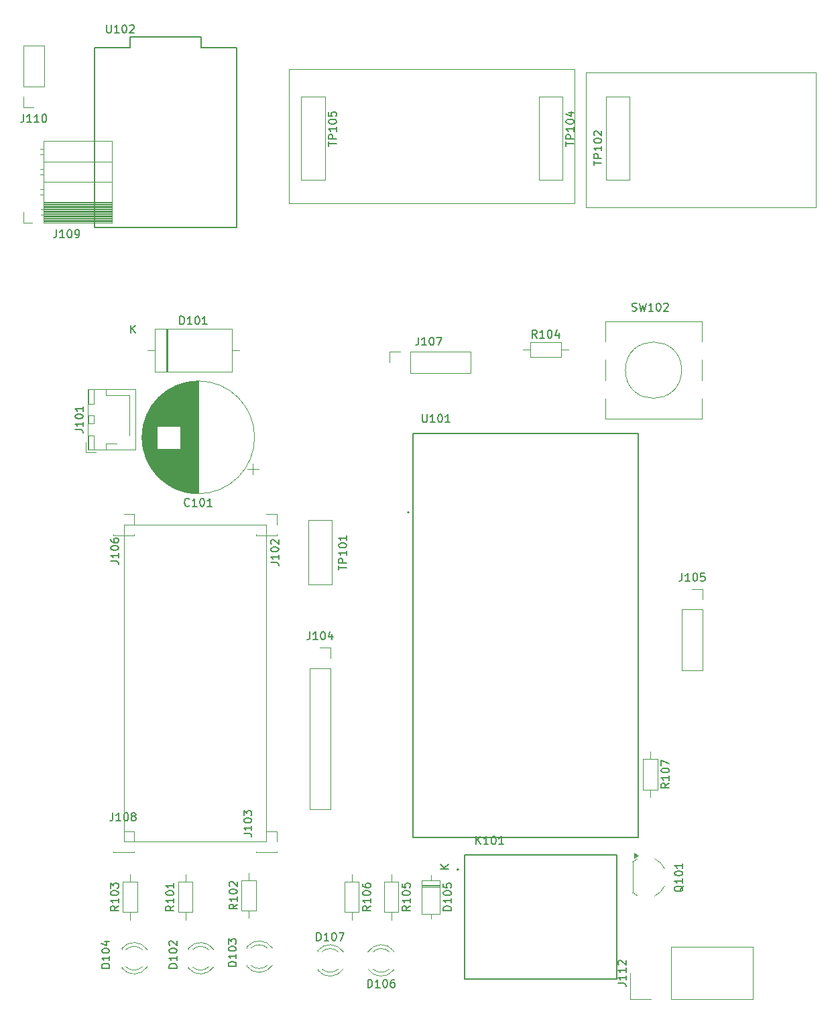
<source format=gbr>
%TF.GenerationSoftware,KiCad,Pcbnew,9.0.4*%
%TF.CreationDate,2025-11-05T17:17:25+05:30*%
%TF.ProjectId,BikeSSv3,42696b65-5353-4763-932e-6b696361645f,rev?*%
%TF.SameCoordinates,Original*%
%TF.FileFunction,Legend,Top*%
%TF.FilePolarity,Positive*%
%FSLAX46Y46*%
G04 Gerber Fmt 4.6, Leading zero omitted, Abs format (unit mm)*
G04 Created by KiCad (PCBNEW 9.0.4) date 2025-11-05 17:17:25*
%MOMM*%
%LPD*%
G01*
G04 APERTURE LIST*
%ADD10C,0.100000*%
%ADD11C,0.150000*%
%ADD12C,0.120000*%
%ADD13C,0.127000*%
%ADD14C,0.200000*%
G04 APERTURE END LIST*
D10*
X195100000Y-100025000D02*
X213100000Y-100025000D01*
X213100000Y-140025000D01*
X195100000Y-140025000D01*
X195100000Y-100025000D01*
X216000000Y-42500000D02*
X252000000Y-42500000D01*
X252000000Y-59500000D01*
X216000000Y-59500000D01*
X216000000Y-42500000D01*
D11*
X232314285Y-76379819D02*
X232314285Y-77094104D01*
X232314285Y-77094104D02*
X232266666Y-77236961D01*
X232266666Y-77236961D02*
X232171428Y-77332200D01*
X232171428Y-77332200D02*
X232028571Y-77379819D01*
X232028571Y-77379819D02*
X231933333Y-77379819D01*
X233314285Y-77379819D02*
X232742857Y-77379819D01*
X233028571Y-77379819D02*
X233028571Y-76379819D01*
X233028571Y-76379819D02*
X232933333Y-76522676D01*
X232933333Y-76522676D02*
X232838095Y-76617914D01*
X232838095Y-76617914D02*
X232742857Y-76665533D01*
X233933333Y-76379819D02*
X234028571Y-76379819D01*
X234028571Y-76379819D02*
X234123809Y-76427438D01*
X234123809Y-76427438D02*
X234171428Y-76475057D01*
X234171428Y-76475057D02*
X234219047Y-76570295D01*
X234219047Y-76570295D02*
X234266666Y-76760771D01*
X234266666Y-76760771D02*
X234266666Y-76998866D01*
X234266666Y-76998866D02*
X234219047Y-77189342D01*
X234219047Y-77189342D02*
X234171428Y-77284580D01*
X234171428Y-77284580D02*
X234123809Y-77332200D01*
X234123809Y-77332200D02*
X234028571Y-77379819D01*
X234028571Y-77379819D02*
X233933333Y-77379819D01*
X233933333Y-77379819D02*
X233838095Y-77332200D01*
X233838095Y-77332200D02*
X233790476Y-77284580D01*
X233790476Y-77284580D02*
X233742857Y-77189342D01*
X233742857Y-77189342D02*
X233695238Y-76998866D01*
X233695238Y-76998866D02*
X233695238Y-76760771D01*
X233695238Y-76760771D02*
X233742857Y-76570295D01*
X233742857Y-76570295D02*
X233790476Y-76475057D01*
X233790476Y-76475057D02*
X233838095Y-76427438D01*
X233838095Y-76427438D02*
X233933333Y-76379819D01*
X234600000Y-76379819D02*
X235266666Y-76379819D01*
X235266666Y-76379819D02*
X234838095Y-77379819D01*
X194414819Y-148119047D02*
X193938628Y-148452380D01*
X194414819Y-148690475D02*
X193414819Y-148690475D01*
X193414819Y-148690475D02*
X193414819Y-148309523D01*
X193414819Y-148309523D02*
X193462438Y-148214285D01*
X193462438Y-148214285D02*
X193510057Y-148166666D01*
X193510057Y-148166666D02*
X193605295Y-148119047D01*
X193605295Y-148119047D02*
X193748152Y-148119047D01*
X193748152Y-148119047D02*
X193843390Y-148166666D01*
X193843390Y-148166666D02*
X193891009Y-148214285D01*
X193891009Y-148214285D02*
X193938628Y-148309523D01*
X193938628Y-148309523D02*
X193938628Y-148690475D01*
X194414819Y-147166666D02*
X194414819Y-147738094D01*
X194414819Y-147452380D02*
X193414819Y-147452380D01*
X193414819Y-147452380D02*
X193557676Y-147547618D01*
X193557676Y-147547618D02*
X193652914Y-147642856D01*
X193652914Y-147642856D02*
X193700533Y-147738094D01*
X193414819Y-146547618D02*
X193414819Y-146452380D01*
X193414819Y-146452380D02*
X193462438Y-146357142D01*
X193462438Y-146357142D02*
X193510057Y-146309523D01*
X193510057Y-146309523D02*
X193605295Y-146261904D01*
X193605295Y-146261904D02*
X193795771Y-146214285D01*
X193795771Y-146214285D02*
X194033866Y-146214285D01*
X194033866Y-146214285D02*
X194224342Y-146261904D01*
X194224342Y-146261904D02*
X194319580Y-146309523D01*
X194319580Y-146309523D02*
X194367200Y-146357142D01*
X194367200Y-146357142D02*
X194414819Y-146452380D01*
X194414819Y-146452380D02*
X194414819Y-146547618D01*
X194414819Y-146547618D02*
X194367200Y-146642856D01*
X194367200Y-146642856D02*
X194319580Y-146690475D01*
X194319580Y-146690475D02*
X194224342Y-146738094D01*
X194224342Y-146738094D02*
X194033866Y-146785713D01*
X194033866Y-146785713D02*
X193795771Y-146785713D01*
X193795771Y-146785713D02*
X193605295Y-146738094D01*
X193605295Y-146738094D02*
X193510057Y-146690475D01*
X193510057Y-146690475D02*
X193462438Y-146642856D01*
X193462438Y-146642856D02*
X193414819Y-146547618D01*
X193414819Y-145880951D02*
X193414819Y-145261904D01*
X193414819Y-145261904D02*
X193795771Y-145595237D01*
X193795771Y-145595237D02*
X193795771Y-145452380D01*
X193795771Y-145452380D02*
X193843390Y-145357142D01*
X193843390Y-145357142D02*
X193891009Y-145309523D01*
X193891009Y-145309523D02*
X193986247Y-145261904D01*
X193986247Y-145261904D02*
X194224342Y-145261904D01*
X194224342Y-145261904D02*
X194319580Y-145309523D01*
X194319580Y-145309523D02*
X194367200Y-145357142D01*
X194367200Y-145357142D02*
X194414819Y-145452380D01*
X194414819Y-145452380D02*
X194414819Y-145738094D01*
X194414819Y-145738094D02*
X194367200Y-145833332D01*
X194367200Y-145833332D02*
X194319580Y-145880951D01*
X231254819Y-148119047D02*
X230778628Y-148452380D01*
X231254819Y-148690475D02*
X230254819Y-148690475D01*
X230254819Y-148690475D02*
X230254819Y-148309523D01*
X230254819Y-148309523D02*
X230302438Y-148214285D01*
X230302438Y-148214285D02*
X230350057Y-148166666D01*
X230350057Y-148166666D02*
X230445295Y-148119047D01*
X230445295Y-148119047D02*
X230588152Y-148119047D01*
X230588152Y-148119047D02*
X230683390Y-148166666D01*
X230683390Y-148166666D02*
X230731009Y-148214285D01*
X230731009Y-148214285D02*
X230778628Y-148309523D01*
X230778628Y-148309523D02*
X230778628Y-148690475D01*
X231254819Y-147166666D02*
X231254819Y-147738094D01*
X231254819Y-147452380D02*
X230254819Y-147452380D01*
X230254819Y-147452380D02*
X230397676Y-147547618D01*
X230397676Y-147547618D02*
X230492914Y-147642856D01*
X230492914Y-147642856D02*
X230540533Y-147738094D01*
X230254819Y-146547618D02*
X230254819Y-146452380D01*
X230254819Y-146452380D02*
X230302438Y-146357142D01*
X230302438Y-146357142D02*
X230350057Y-146309523D01*
X230350057Y-146309523D02*
X230445295Y-146261904D01*
X230445295Y-146261904D02*
X230635771Y-146214285D01*
X230635771Y-146214285D02*
X230873866Y-146214285D01*
X230873866Y-146214285D02*
X231064342Y-146261904D01*
X231064342Y-146261904D02*
X231159580Y-146309523D01*
X231159580Y-146309523D02*
X231207200Y-146357142D01*
X231207200Y-146357142D02*
X231254819Y-146452380D01*
X231254819Y-146452380D02*
X231254819Y-146547618D01*
X231254819Y-146547618D02*
X231207200Y-146642856D01*
X231207200Y-146642856D02*
X231159580Y-146690475D01*
X231159580Y-146690475D02*
X231064342Y-146738094D01*
X231064342Y-146738094D02*
X230873866Y-146785713D01*
X230873866Y-146785713D02*
X230635771Y-146785713D01*
X230635771Y-146785713D02*
X230445295Y-146738094D01*
X230445295Y-146738094D02*
X230350057Y-146690475D01*
X230350057Y-146690475D02*
X230302438Y-146642856D01*
X230302438Y-146642856D02*
X230254819Y-146547618D01*
X230254819Y-145309523D02*
X230254819Y-145785713D01*
X230254819Y-145785713D02*
X230731009Y-145833332D01*
X230731009Y-145833332D02*
X230683390Y-145785713D01*
X230683390Y-145785713D02*
X230635771Y-145690475D01*
X230635771Y-145690475D02*
X230635771Y-145452380D01*
X230635771Y-145452380D02*
X230683390Y-145357142D01*
X230683390Y-145357142D02*
X230731009Y-145309523D01*
X230731009Y-145309523D02*
X230826247Y-145261904D01*
X230826247Y-145261904D02*
X231064342Y-145261904D01*
X231064342Y-145261904D02*
X231159580Y-145309523D01*
X231159580Y-145309523D02*
X231207200Y-145357142D01*
X231207200Y-145357142D02*
X231254819Y-145452380D01*
X231254819Y-145452380D02*
X231254819Y-145690475D01*
X231254819Y-145690475D02*
X231207200Y-145785713D01*
X231207200Y-145785713D02*
X231159580Y-145833332D01*
X209414819Y-147919047D02*
X208938628Y-148252380D01*
X209414819Y-148490475D02*
X208414819Y-148490475D01*
X208414819Y-148490475D02*
X208414819Y-148109523D01*
X208414819Y-148109523D02*
X208462438Y-148014285D01*
X208462438Y-148014285D02*
X208510057Y-147966666D01*
X208510057Y-147966666D02*
X208605295Y-147919047D01*
X208605295Y-147919047D02*
X208748152Y-147919047D01*
X208748152Y-147919047D02*
X208843390Y-147966666D01*
X208843390Y-147966666D02*
X208891009Y-148014285D01*
X208891009Y-148014285D02*
X208938628Y-148109523D01*
X208938628Y-148109523D02*
X208938628Y-148490475D01*
X209414819Y-146966666D02*
X209414819Y-147538094D01*
X209414819Y-147252380D02*
X208414819Y-147252380D01*
X208414819Y-147252380D02*
X208557676Y-147347618D01*
X208557676Y-147347618D02*
X208652914Y-147442856D01*
X208652914Y-147442856D02*
X208700533Y-147538094D01*
X208414819Y-146347618D02*
X208414819Y-146252380D01*
X208414819Y-146252380D02*
X208462438Y-146157142D01*
X208462438Y-146157142D02*
X208510057Y-146109523D01*
X208510057Y-146109523D02*
X208605295Y-146061904D01*
X208605295Y-146061904D02*
X208795771Y-146014285D01*
X208795771Y-146014285D02*
X209033866Y-146014285D01*
X209033866Y-146014285D02*
X209224342Y-146061904D01*
X209224342Y-146061904D02*
X209319580Y-146109523D01*
X209319580Y-146109523D02*
X209367200Y-146157142D01*
X209367200Y-146157142D02*
X209414819Y-146252380D01*
X209414819Y-146252380D02*
X209414819Y-146347618D01*
X209414819Y-146347618D02*
X209367200Y-146442856D01*
X209367200Y-146442856D02*
X209319580Y-146490475D01*
X209319580Y-146490475D02*
X209224342Y-146538094D01*
X209224342Y-146538094D02*
X209033866Y-146585713D01*
X209033866Y-146585713D02*
X208795771Y-146585713D01*
X208795771Y-146585713D02*
X208605295Y-146538094D01*
X208605295Y-146538094D02*
X208510057Y-146490475D01*
X208510057Y-146490475D02*
X208462438Y-146442856D01*
X208462438Y-146442856D02*
X208414819Y-146347618D01*
X208510057Y-145633332D02*
X208462438Y-145585713D01*
X208462438Y-145585713D02*
X208414819Y-145490475D01*
X208414819Y-145490475D02*
X208414819Y-145252380D01*
X208414819Y-145252380D02*
X208462438Y-145157142D01*
X208462438Y-145157142D02*
X208510057Y-145109523D01*
X208510057Y-145109523D02*
X208605295Y-145061904D01*
X208605295Y-145061904D02*
X208700533Y-145061904D01*
X208700533Y-145061904D02*
X208843390Y-145109523D01*
X208843390Y-145109523D02*
X209414819Y-145680951D01*
X209414819Y-145680951D02*
X209414819Y-145061904D01*
X209304819Y-155715475D02*
X208304819Y-155715475D01*
X208304819Y-155715475D02*
X208304819Y-155477380D01*
X208304819Y-155477380D02*
X208352438Y-155334523D01*
X208352438Y-155334523D02*
X208447676Y-155239285D01*
X208447676Y-155239285D02*
X208542914Y-155191666D01*
X208542914Y-155191666D02*
X208733390Y-155144047D01*
X208733390Y-155144047D02*
X208876247Y-155144047D01*
X208876247Y-155144047D02*
X209066723Y-155191666D01*
X209066723Y-155191666D02*
X209161961Y-155239285D01*
X209161961Y-155239285D02*
X209257200Y-155334523D01*
X209257200Y-155334523D02*
X209304819Y-155477380D01*
X209304819Y-155477380D02*
X209304819Y-155715475D01*
X209304819Y-154191666D02*
X209304819Y-154763094D01*
X209304819Y-154477380D02*
X208304819Y-154477380D01*
X208304819Y-154477380D02*
X208447676Y-154572618D01*
X208447676Y-154572618D02*
X208542914Y-154667856D01*
X208542914Y-154667856D02*
X208590533Y-154763094D01*
X208304819Y-153572618D02*
X208304819Y-153477380D01*
X208304819Y-153477380D02*
X208352438Y-153382142D01*
X208352438Y-153382142D02*
X208400057Y-153334523D01*
X208400057Y-153334523D02*
X208495295Y-153286904D01*
X208495295Y-153286904D02*
X208685771Y-153239285D01*
X208685771Y-153239285D02*
X208923866Y-153239285D01*
X208923866Y-153239285D02*
X209114342Y-153286904D01*
X209114342Y-153286904D02*
X209209580Y-153334523D01*
X209209580Y-153334523D02*
X209257200Y-153382142D01*
X209257200Y-153382142D02*
X209304819Y-153477380D01*
X209304819Y-153477380D02*
X209304819Y-153572618D01*
X209304819Y-153572618D02*
X209257200Y-153667856D01*
X209257200Y-153667856D02*
X209209580Y-153715475D01*
X209209580Y-153715475D02*
X209114342Y-153763094D01*
X209114342Y-153763094D02*
X208923866Y-153810713D01*
X208923866Y-153810713D02*
X208685771Y-153810713D01*
X208685771Y-153810713D02*
X208495295Y-153763094D01*
X208495295Y-153763094D02*
X208400057Y-153715475D01*
X208400057Y-153715475D02*
X208352438Y-153667856D01*
X208352438Y-153667856D02*
X208304819Y-153572618D01*
X208304819Y-152905951D02*
X208304819Y-152286904D01*
X208304819Y-152286904D02*
X208685771Y-152620237D01*
X208685771Y-152620237D02*
X208685771Y-152477380D01*
X208685771Y-152477380D02*
X208733390Y-152382142D01*
X208733390Y-152382142D02*
X208781009Y-152334523D01*
X208781009Y-152334523D02*
X208876247Y-152286904D01*
X208876247Y-152286904D02*
X209114342Y-152286904D01*
X209114342Y-152286904D02*
X209209580Y-152334523D01*
X209209580Y-152334523D02*
X209257200Y-152382142D01*
X209257200Y-152382142D02*
X209304819Y-152477380D01*
X209304819Y-152477380D02*
X209304819Y-152763094D01*
X209304819Y-152763094D02*
X209257200Y-152858332D01*
X209257200Y-152858332D02*
X209209580Y-152905951D01*
X265760057Y-145582619D02*
X265712438Y-145677857D01*
X265712438Y-145677857D02*
X265617200Y-145773095D01*
X265617200Y-145773095D02*
X265474342Y-145915952D01*
X265474342Y-145915952D02*
X265426723Y-146011190D01*
X265426723Y-146011190D02*
X265426723Y-146106428D01*
X265664819Y-146058809D02*
X265617200Y-146154047D01*
X265617200Y-146154047D02*
X265521961Y-146249285D01*
X265521961Y-146249285D02*
X265331485Y-146296904D01*
X265331485Y-146296904D02*
X264998152Y-146296904D01*
X264998152Y-146296904D02*
X264807676Y-146249285D01*
X264807676Y-146249285D02*
X264712438Y-146154047D01*
X264712438Y-146154047D02*
X264664819Y-146058809D01*
X264664819Y-146058809D02*
X264664819Y-145868333D01*
X264664819Y-145868333D02*
X264712438Y-145773095D01*
X264712438Y-145773095D02*
X264807676Y-145677857D01*
X264807676Y-145677857D02*
X264998152Y-145630238D01*
X264998152Y-145630238D02*
X265331485Y-145630238D01*
X265331485Y-145630238D02*
X265521961Y-145677857D01*
X265521961Y-145677857D02*
X265617200Y-145773095D01*
X265617200Y-145773095D02*
X265664819Y-145868333D01*
X265664819Y-145868333D02*
X265664819Y-146058809D01*
X265664819Y-144677857D02*
X265664819Y-145249285D01*
X265664819Y-144963571D02*
X264664819Y-144963571D01*
X264664819Y-144963571D02*
X264807676Y-145058809D01*
X264807676Y-145058809D02*
X264902914Y-145154047D01*
X264902914Y-145154047D02*
X264950533Y-145249285D01*
X264664819Y-144058809D02*
X264664819Y-143963571D01*
X264664819Y-143963571D02*
X264712438Y-143868333D01*
X264712438Y-143868333D02*
X264760057Y-143820714D01*
X264760057Y-143820714D02*
X264855295Y-143773095D01*
X264855295Y-143773095D02*
X265045771Y-143725476D01*
X265045771Y-143725476D02*
X265283866Y-143725476D01*
X265283866Y-143725476D02*
X265474342Y-143773095D01*
X265474342Y-143773095D02*
X265569580Y-143820714D01*
X265569580Y-143820714D02*
X265617200Y-143868333D01*
X265617200Y-143868333D02*
X265664819Y-143963571D01*
X265664819Y-143963571D02*
X265664819Y-144058809D01*
X265664819Y-144058809D02*
X265617200Y-144154047D01*
X265617200Y-144154047D02*
X265569580Y-144201666D01*
X265569580Y-144201666D02*
X265474342Y-144249285D01*
X265474342Y-144249285D02*
X265283866Y-144296904D01*
X265283866Y-144296904D02*
X265045771Y-144296904D01*
X265045771Y-144296904D02*
X264855295Y-144249285D01*
X264855295Y-144249285D02*
X264760057Y-144201666D01*
X264760057Y-144201666D02*
X264712438Y-144154047D01*
X264712438Y-144154047D02*
X264664819Y-144058809D01*
X265664819Y-142773095D02*
X265664819Y-143344523D01*
X265664819Y-143058809D02*
X264664819Y-143058809D01*
X264664819Y-143058809D02*
X264807676Y-143154047D01*
X264807676Y-143154047D02*
X264902914Y-143249285D01*
X264902914Y-143249285D02*
X264950533Y-143344523D01*
X218594285Y-113524819D02*
X218594285Y-114239104D01*
X218594285Y-114239104D02*
X218546666Y-114381961D01*
X218546666Y-114381961D02*
X218451428Y-114477200D01*
X218451428Y-114477200D02*
X218308571Y-114524819D01*
X218308571Y-114524819D02*
X218213333Y-114524819D01*
X219594285Y-114524819D02*
X219022857Y-114524819D01*
X219308571Y-114524819D02*
X219308571Y-113524819D01*
X219308571Y-113524819D02*
X219213333Y-113667676D01*
X219213333Y-113667676D02*
X219118095Y-113762914D01*
X219118095Y-113762914D02*
X219022857Y-113810533D01*
X220213333Y-113524819D02*
X220308571Y-113524819D01*
X220308571Y-113524819D02*
X220403809Y-113572438D01*
X220403809Y-113572438D02*
X220451428Y-113620057D01*
X220451428Y-113620057D02*
X220499047Y-113715295D01*
X220499047Y-113715295D02*
X220546666Y-113905771D01*
X220546666Y-113905771D02*
X220546666Y-114143866D01*
X220546666Y-114143866D02*
X220499047Y-114334342D01*
X220499047Y-114334342D02*
X220451428Y-114429580D01*
X220451428Y-114429580D02*
X220403809Y-114477200D01*
X220403809Y-114477200D02*
X220308571Y-114524819D01*
X220308571Y-114524819D02*
X220213333Y-114524819D01*
X220213333Y-114524819D02*
X220118095Y-114477200D01*
X220118095Y-114477200D02*
X220070476Y-114429580D01*
X220070476Y-114429580D02*
X220022857Y-114334342D01*
X220022857Y-114334342D02*
X219975238Y-114143866D01*
X219975238Y-114143866D02*
X219975238Y-113905771D01*
X219975238Y-113905771D02*
X220022857Y-113715295D01*
X220022857Y-113715295D02*
X220070476Y-113620057D01*
X220070476Y-113620057D02*
X220118095Y-113572438D01*
X220118095Y-113572438D02*
X220213333Y-113524819D01*
X221403809Y-113858152D02*
X221403809Y-114524819D01*
X221165714Y-113477200D02*
X220927619Y-114191485D01*
X220927619Y-114191485D02*
X221546666Y-114191485D01*
X193714285Y-136379819D02*
X193714285Y-137094104D01*
X193714285Y-137094104D02*
X193666666Y-137236961D01*
X193666666Y-137236961D02*
X193571428Y-137332200D01*
X193571428Y-137332200D02*
X193428571Y-137379819D01*
X193428571Y-137379819D02*
X193333333Y-137379819D01*
X194714285Y-137379819D02*
X194142857Y-137379819D01*
X194428571Y-137379819D02*
X194428571Y-136379819D01*
X194428571Y-136379819D02*
X194333333Y-136522676D01*
X194333333Y-136522676D02*
X194238095Y-136617914D01*
X194238095Y-136617914D02*
X194142857Y-136665533D01*
X195333333Y-136379819D02*
X195428571Y-136379819D01*
X195428571Y-136379819D02*
X195523809Y-136427438D01*
X195523809Y-136427438D02*
X195571428Y-136475057D01*
X195571428Y-136475057D02*
X195619047Y-136570295D01*
X195619047Y-136570295D02*
X195666666Y-136760771D01*
X195666666Y-136760771D02*
X195666666Y-136998866D01*
X195666666Y-136998866D02*
X195619047Y-137189342D01*
X195619047Y-137189342D02*
X195571428Y-137284580D01*
X195571428Y-137284580D02*
X195523809Y-137332200D01*
X195523809Y-137332200D02*
X195428571Y-137379819D01*
X195428571Y-137379819D02*
X195333333Y-137379819D01*
X195333333Y-137379819D02*
X195238095Y-137332200D01*
X195238095Y-137332200D02*
X195190476Y-137284580D01*
X195190476Y-137284580D02*
X195142857Y-137189342D01*
X195142857Y-137189342D02*
X195095238Y-136998866D01*
X195095238Y-136998866D02*
X195095238Y-136760771D01*
X195095238Y-136760771D02*
X195142857Y-136570295D01*
X195142857Y-136570295D02*
X195190476Y-136475057D01*
X195190476Y-136475057D02*
X195238095Y-136427438D01*
X195238095Y-136427438D02*
X195333333Y-136379819D01*
X196238095Y-136808390D02*
X196142857Y-136760771D01*
X196142857Y-136760771D02*
X196095238Y-136713152D01*
X196095238Y-136713152D02*
X196047619Y-136617914D01*
X196047619Y-136617914D02*
X196047619Y-136570295D01*
X196047619Y-136570295D02*
X196095238Y-136475057D01*
X196095238Y-136475057D02*
X196142857Y-136427438D01*
X196142857Y-136427438D02*
X196238095Y-136379819D01*
X196238095Y-136379819D02*
X196428571Y-136379819D01*
X196428571Y-136379819D02*
X196523809Y-136427438D01*
X196523809Y-136427438D02*
X196571428Y-136475057D01*
X196571428Y-136475057D02*
X196619047Y-136570295D01*
X196619047Y-136570295D02*
X196619047Y-136617914D01*
X196619047Y-136617914D02*
X196571428Y-136713152D01*
X196571428Y-136713152D02*
X196523809Y-136760771D01*
X196523809Y-136760771D02*
X196428571Y-136808390D01*
X196428571Y-136808390D02*
X196238095Y-136808390D01*
X196238095Y-136808390D02*
X196142857Y-136856009D01*
X196142857Y-136856009D02*
X196095238Y-136903628D01*
X196095238Y-136903628D02*
X196047619Y-136998866D01*
X196047619Y-136998866D02*
X196047619Y-137189342D01*
X196047619Y-137189342D02*
X196095238Y-137284580D01*
X196095238Y-137284580D02*
X196142857Y-137332200D01*
X196142857Y-137332200D02*
X196238095Y-137379819D01*
X196238095Y-137379819D02*
X196428571Y-137379819D01*
X196428571Y-137379819D02*
X196523809Y-137332200D01*
X196523809Y-137332200D02*
X196571428Y-137284580D01*
X196571428Y-137284580D02*
X196619047Y-137189342D01*
X196619047Y-137189342D02*
X196619047Y-136998866D01*
X196619047Y-136998866D02*
X196571428Y-136903628D01*
X196571428Y-136903628D02*
X196523809Y-136856009D01*
X196523809Y-136856009D02*
X196428571Y-136808390D01*
X225919524Y-158414819D02*
X225919524Y-157414819D01*
X225919524Y-157414819D02*
X226157619Y-157414819D01*
X226157619Y-157414819D02*
X226300476Y-157462438D01*
X226300476Y-157462438D02*
X226395714Y-157557676D01*
X226395714Y-157557676D02*
X226443333Y-157652914D01*
X226443333Y-157652914D02*
X226490952Y-157843390D01*
X226490952Y-157843390D02*
X226490952Y-157986247D01*
X226490952Y-157986247D02*
X226443333Y-158176723D01*
X226443333Y-158176723D02*
X226395714Y-158271961D01*
X226395714Y-158271961D02*
X226300476Y-158367200D01*
X226300476Y-158367200D02*
X226157619Y-158414819D01*
X226157619Y-158414819D02*
X225919524Y-158414819D01*
X227443333Y-158414819D02*
X226871905Y-158414819D01*
X227157619Y-158414819D02*
X227157619Y-157414819D01*
X227157619Y-157414819D02*
X227062381Y-157557676D01*
X227062381Y-157557676D02*
X226967143Y-157652914D01*
X226967143Y-157652914D02*
X226871905Y-157700533D01*
X228062381Y-157414819D02*
X228157619Y-157414819D01*
X228157619Y-157414819D02*
X228252857Y-157462438D01*
X228252857Y-157462438D02*
X228300476Y-157510057D01*
X228300476Y-157510057D02*
X228348095Y-157605295D01*
X228348095Y-157605295D02*
X228395714Y-157795771D01*
X228395714Y-157795771D02*
X228395714Y-158033866D01*
X228395714Y-158033866D02*
X228348095Y-158224342D01*
X228348095Y-158224342D02*
X228300476Y-158319580D01*
X228300476Y-158319580D02*
X228252857Y-158367200D01*
X228252857Y-158367200D02*
X228157619Y-158414819D01*
X228157619Y-158414819D02*
X228062381Y-158414819D01*
X228062381Y-158414819D02*
X227967143Y-158367200D01*
X227967143Y-158367200D02*
X227919524Y-158319580D01*
X227919524Y-158319580D02*
X227871905Y-158224342D01*
X227871905Y-158224342D02*
X227824286Y-158033866D01*
X227824286Y-158033866D02*
X227824286Y-157795771D01*
X227824286Y-157795771D02*
X227871905Y-157605295D01*
X227871905Y-157605295D02*
X227919524Y-157510057D01*
X227919524Y-157510057D02*
X227967143Y-157462438D01*
X227967143Y-157462438D02*
X228062381Y-157414819D01*
X229252857Y-157414819D02*
X229062381Y-157414819D01*
X229062381Y-157414819D02*
X228967143Y-157462438D01*
X228967143Y-157462438D02*
X228919524Y-157510057D01*
X228919524Y-157510057D02*
X228824286Y-157652914D01*
X228824286Y-157652914D02*
X228776667Y-157843390D01*
X228776667Y-157843390D02*
X228776667Y-158224342D01*
X228776667Y-158224342D02*
X228824286Y-158319580D01*
X228824286Y-158319580D02*
X228871905Y-158367200D01*
X228871905Y-158367200D02*
X228967143Y-158414819D01*
X228967143Y-158414819D02*
X229157619Y-158414819D01*
X229157619Y-158414819D02*
X229252857Y-158367200D01*
X229252857Y-158367200D02*
X229300476Y-158319580D01*
X229300476Y-158319580D02*
X229348095Y-158224342D01*
X229348095Y-158224342D02*
X229348095Y-157986247D01*
X229348095Y-157986247D02*
X229300476Y-157891009D01*
X229300476Y-157891009D02*
X229252857Y-157843390D01*
X229252857Y-157843390D02*
X229157619Y-157795771D01*
X229157619Y-157795771D02*
X228967143Y-157795771D01*
X228967143Y-157795771D02*
X228871905Y-157843390D01*
X228871905Y-157843390D02*
X228824286Y-157891009D01*
X228824286Y-157891009D02*
X228776667Y-157986247D01*
X222234819Y-105739285D02*
X222234819Y-105167857D01*
X223234819Y-105453571D02*
X222234819Y-105453571D01*
X223234819Y-104834523D02*
X222234819Y-104834523D01*
X222234819Y-104834523D02*
X222234819Y-104453571D01*
X222234819Y-104453571D02*
X222282438Y-104358333D01*
X222282438Y-104358333D02*
X222330057Y-104310714D01*
X222330057Y-104310714D02*
X222425295Y-104263095D01*
X222425295Y-104263095D02*
X222568152Y-104263095D01*
X222568152Y-104263095D02*
X222663390Y-104310714D01*
X222663390Y-104310714D02*
X222711009Y-104358333D01*
X222711009Y-104358333D02*
X222758628Y-104453571D01*
X222758628Y-104453571D02*
X222758628Y-104834523D01*
X223234819Y-103310714D02*
X223234819Y-103882142D01*
X223234819Y-103596428D02*
X222234819Y-103596428D01*
X222234819Y-103596428D02*
X222377676Y-103691666D01*
X222377676Y-103691666D02*
X222472914Y-103786904D01*
X222472914Y-103786904D02*
X222520533Y-103882142D01*
X222234819Y-102691666D02*
X222234819Y-102596428D01*
X222234819Y-102596428D02*
X222282438Y-102501190D01*
X222282438Y-102501190D02*
X222330057Y-102453571D01*
X222330057Y-102453571D02*
X222425295Y-102405952D01*
X222425295Y-102405952D02*
X222615771Y-102358333D01*
X222615771Y-102358333D02*
X222853866Y-102358333D01*
X222853866Y-102358333D02*
X223044342Y-102405952D01*
X223044342Y-102405952D02*
X223139580Y-102453571D01*
X223139580Y-102453571D02*
X223187200Y-102501190D01*
X223187200Y-102501190D02*
X223234819Y-102596428D01*
X223234819Y-102596428D02*
X223234819Y-102691666D01*
X223234819Y-102691666D02*
X223187200Y-102786904D01*
X223187200Y-102786904D02*
X223139580Y-102834523D01*
X223139580Y-102834523D02*
X223044342Y-102882142D01*
X223044342Y-102882142D02*
X222853866Y-102929761D01*
X222853866Y-102929761D02*
X222615771Y-102929761D01*
X222615771Y-102929761D02*
X222425295Y-102882142D01*
X222425295Y-102882142D02*
X222330057Y-102834523D01*
X222330057Y-102834523D02*
X222282438Y-102786904D01*
X222282438Y-102786904D02*
X222234819Y-102691666D01*
X223234819Y-101405952D02*
X223234819Y-101977380D01*
X223234819Y-101691666D02*
X222234819Y-101691666D01*
X222234819Y-101691666D02*
X222377676Y-101786904D01*
X222377676Y-101786904D02*
X222472914Y-101882142D01*
X222472914Y-101882142D02*
X222520533Y-101977380D01*
X219459524Y-152494819D02*
X219459524Y-151494819D01*
X219459524Y-151494819D02*
X219697619Y-151494819D01*
X219697619Y-151494819D02*
X219840476Y-151542438D01*
X219840476Y-151542438D02*
X219935714Y-151637676D01*
X219935714Y-151637676D02*
X219983333Y-151732914D01*
X219983333Y-151732914D02*
X220030952Y-151923390D01*
X220030952Y-151923390D02*
X220030952Y-152066247D01*
X220030952Y-152066247D02*
X219983333Y-152256723D01*
X219983333Y-152256723D02*
X219935714Y-152351961D01*
X219935714Y-152351961D02*
X219840476Y-152447200D01*
X219840476Y-152447200D02*
X219697619Y-152494819D01*
X219697619Y-152494819D02*
X219459524Y-152494819D01*
X220983333Y-152494819D02*
X220411905Y-152494819D01*
X220697619Y-152494819D02*
X220697619Y-151494819D01*
X220697619Y-151494819D02*
X220602381Y-151637676D01*
X220602381Y-151637676D02*
X220507143Y-151732914D01*
X220507143Y-151732914D02*
X220411905Y-151780533D01*
X221602381Y-151494819D02*
X221697619Y-151494819D01*
X221697619Y-151494819D02*
X221792857Y-151542438D01*
X221792857Y-151542438D02*
X221840476Y-151590057D01*
X221840476Y-151590057D02*
X221888095Y-151685295D01*
X221888095Y-151685295D02*
X221935714Y-151875771D01*
X221935714Y-151875771D02*
X221935714Y-152113866D01*
X221935714Y-152113866D02*
X221888095Y-152304342D01*
X221888095Y-152304342D02*
X221840476Y-152399580D01*
X221840476Y-152399580D02*
X221792857Y-152447200D01*
X221792857Y-152447200D02*
X221697619Y-152494819D01*
X221697619Y-152494819D02*
X221602381Y-152494819D01*
X221602381Y-152494819D02*
X221507143Y-152447200D01*
X221507143Y-152447200D02*
X221459524Y-152399580D01*
X221459524Y-152399580D02*
X221411905Y-152304342D01*
X221411905Y-152304342D02*
X221364286Y-152113866D01*
X221364286Y-152113866D02*
X221364286Y-151875771D01*
X221364286Y-151875771D02*
X221411905Y-151685295D01*
X221411905Y-151685295D02*
X221459524Y-151590057D01*
X221459524Y-151590057D02*
X221507143Y-151542438D01*
X221507143Y-151542438D02*
X221602381Y-151494819D01*
X222269048Y-151494819D02*
X222935714Y-151494819D01*
X222935714Y-151494819D02*
X222507143Y-152494819D01*
X259294286Y-73022200D02*
X259437143Y-73069819D01*
X259437143Y-73069819D02*
X259675238Y-73069819D01*
X259675238Y-73069819D02*
X259770476Y-73022200D01*
X259770476Y-73022200D02*
X259818095Y-72974580D01*
X259818095Y-72974580D02*
X259865714Y-72879342D01*
X259865714Y-72879342D02*
X259865714Y-72784104D01*
X259865714Y-72784104D02*
X259818095Y-72688866D01*
X259818095Y-72688866D02*
X259770476Y-72641247D01*
X259770476Y-72641247D02*
X259675238Y-72593628D01*
X259675238Y-72593628D02*
X259484762Y-72546009D01*
X259484762Y-72546009D02*
X259389524Y-72498390D01*
X259389524Y-72498390D02*
X259341905Y-72450771D01*
X259341905Y-72450771D02*
X259294286Y-72355533D01*
X259294286Y-72355533D02*
X259294286Y-72260295D01*
X259294286Y-72260295D02*
X259341905Y-72165057D01*
X259341905Y-72165057D02*
X259389524Y-72117438D01*
X259389524Y-72117438D02*
X259484762Y-72069819D01*
X259484762Y-72069819D02*
X259722857Y-72069819D01*
X259722857Y-72069819D02*
X259865714Y-72117438D01*
X260199048Y-72069819D02*
X260437143Y-73069819D01*
X260437143Y-73069819D02*
X260627619Y-72355533D01*
X260627619Y-72355533D02*
X260818095Y-73069819D01*
X260818095Y-73069819D02*
X261056191Y-72069819D01*
X261960952Y-73069819D02*
X261389524Y-73069819D01*
X261675238Y-73069819D02*
X261675238Y-72069819D01*
X261675238Y-72069819D02*
X261580000Y-72212676D01*
X261580000Y-72212676D02*
X261484762Y-72307914D01*
X261484762Y-72307914D02*
X261389524Y-72355533D01*
X262580000Y-72069819D02*
X262675238Y-72069819D01*
X262675238Y-72069819D02*
X262770476Y-72117438D01*
X262770476Y-72117438D02*
X262818095Y-72165057D01*
X262818095Y-72165057D02*
X262865714Y-72260295D01*
X262865714Y-72260295D02*
X262913333Y-72450771D01*
X262913333Y-72450771D02*
X262913333Y-72688866D01*
X262913333Y-72688866D02*
X262865714Y-72879342D01*
X262865714Y-72879342D02*
X262818095Y-72974580D01*
X262818095Y-72974580D02*
X262770476Y-73022200D01*
X262770476Y-73022200D02*
X262675238Y-73069819D01*
X262675238Y-73069819D02*
X262580000Y-73069819D01*
X262580000Y-73069819D02*
X262484762Y-73022200D01*
X262484762Y-73022200D02*
X262437143Y-72974580D01*
X262437143Y-72974580D02*
X262389524Y-72879342D01*
X262389524Y-72879342D02*
X262341905Y-72688866D01*
X262341905Y-72688866D02*
X262341905Y-72450771D01*
X262341905Y-72450771D02*
X262389524Y-72260295D01*
X262389524Y-72260295D02*
X262437143Y-72165057D01*
X262437143Y-72165057D02*
X262484762Y-72117438D01*
X262484762Y-72117438D02*
X262580000Y-72069819D01*
X263294286Y-72165057D02*
X263341905Y-72117438D01*
X263341905Y-72117438D02*
X263437143Y-72069819D01*
X263437143Y-72069819D02*
X263675238Y-72069819D01*
X263675238Y-72069819D02*
X263770476Y-72117438D01*
X263770476Y-72117438D02*
X263818095Y-72165057D01*
X263818095Y-72165057D02*
X263865714Y-72260295D01*
X263865714Y-72260295D02*
X263865714Y-72355533D01*
X263865714Y-72355533D02*
X263818095Y-72498390D01*
X263818095Y-72498390D02*
X263246667Y-73069819D01*
X263246667Y-73069819D02*
X263865714Y-73069819D01*
X265594285Y-106144819D02*
X265594285Y-106859104D01*
X265594285Y-106859104D02*
X265546666Y-107001961D01*
X265546666Y-107001961D02*
X265451428Y-107097200D01*
X265451428Y-107097200D02*
X265308571Y-107144819D01*
X265308571Y-107144819D02*
X265213333Y-107144819D01*
X266594285Y-107144819D02*
X266022857Y-107144819D01*
X266308571Y-107144819D02*
X266308571Y-106144819D01*
X266308571Y-106144819D02*
X266213333Y-106287676D01*
X266213333Y-106287676D02*
X266118095Y-106382914D01*
X266118095Y-106382914D02*
X266022857Y-106430533D01*
X267213333Y-106144819D02*
X267308571Y-106144819D01*
X267308571Y-106144819D02*
X267403809Y-106192438D01*
X267403809Y-106192438D02*
X267451428Y-106240057D01*
X267451428Y-106240057D02*
X267499047Y-106335295D01*
X267499047Y-106335295D02*
X267546666Y-106525771D01*
X267546666Y-106525771D02*
X267546666Y-106763866D01*
X267546666Y-106763866D02*
X267499047Y-106954342D01*
X267499047Y-106954342D02*
X267451428Y-107049580D01*
X267451428Y-107049580D02*
X267403809Y-107097200D01*
X267403809Y-107097200D02*
X267308571Y-107144819D01*
X267308571Y-107144819D02*
X267213333Y-107144819D01*
X267213333Y-107144819D02*
X267118095Y-107097200D01*
X267118095Y-107097200D02*
X267070476Y-107049580D01*
X267070476Y-107049580D02*
X267022857Y-106954342D01*
X267022857Y-106954342D02*
X266975238Y-106763866D01*
X266975238Y-106763866D02*
X266975238Y-106525771D01*
X266975238Y-106525771D02*
X267022857Y-106335295D01*
X267022857Y-106335295D02*
X267070476Y-106240057D01*
X267070476Y-106240057D02*
X267118095Y-106192438D01*
X267118095Y-106192438D02*
X267213333Y-106144819D01*
X268451428Y-106144819D02*
X267975238Y-106144819D01*
X267975238Y-106144819D02*
X267927619Y-106621009D01*
X267927619Y-106621009D02*
X267975238Y-106573390D01*
X267975238Y-106573390D02*
X268070476Y-106525771D01*
X268070476Y-106525771D02*
X268308571Y-106525771D01*
X268308571Y-106525771D02*
X268403809Y-106573390D01*
X268403809Y-106573390D02*
X268451428Y-106621009D01*
X268451428Y-106621009D02*
X268499047Y-106716247D01*
X268499047Y-106716247D02*
X268499047Y-106954342D01*
X268499047Y-106954342D02*
X268451428Y-107049580D01*
X268451428Y-107049580D02*
X268403809Y-107097200D01*
X268403809Y-107097200D02*
X268308571Y-107144819D01*
X268308571Y-107144819D02*
X268070476Y-107144819D01*
X268070476Y-107144819D02*
X267975238Y-107097200D01*
X267975238Y-107097200D02*
X267927619Y-107049580D01*
X193454819Y-104610714D02*
X194169104Y-104610714D01*
X194169104Y-104610714D02*
X194311961Y-104658333D01*
X194311961Y-104658333D02*
X194407200Y-104753571D01*
X194407200Y-104753571D02*
X194454819Y-104896428D01*
X194454819Y-104896428D02*
X194454819Y-104991666D01*
X194454819Y-103610714D02*
X194454819Y-104182142D01*
X194454819Y-103896428D02*
X193454819Y-103896428D01*
X193454819Y-103896428D02*
X193597676Y-103991666D01*
X193597676Y-103991666D02*
X193692914Y-104086904D01*
X193692914Y-104086904D02*
X193740533Y-104182142D01*
X193454819Y-102991666D02*
X193454819Y-102896428D01*
X193454819Y-102896428D02*
X193502438Y-102801190D01*
X193502438Y-102801190D02*
X193550057Y-102753571D01*
X193550057Y-102753571D02*
X193645295Y-102705952D01*
X193645295Y-102705952D02*
X193835771Y-102658333D01*
X193835771Y-102658333D02*
X194073866Y-102658333D01*
X194073866Y-102658333D02*
X194264342Y-102705952D01*
X194264342Y-102705952D02*
X194359580Y-102753571D01*
X194359580Y-102753571D02*
X194407200Y-102801190D01*
X194407200Y-102801190D02*
X194454819Y-102896428D01*
X194454819Y-102896428D02*
X194454819Y-102991666D01*
X194454819Y-102991666D02*
X194407200Y-103086904D01*
X194407200Y-103086904D02*
X194359580Y-103134523D01*
X194359580Y-103134523D02*
X194264342Y-103182142D01*
X194264342Y-103182142D02*
X194073866Y-103229761D01*
X194073866Y-103229761D02*
X193835771Y-103229761D01*
X193835771Y-103229761D02*
X193645295Y-103182142D01*
X193645295Y-103182142D02*
X193550057Y-103134523D01*
X193550057Y-103134523D02*
X193502438Y-103086904D01*
X193502438Y-103086904D02*
X193454819Y-102991666D01*
X193454819Y-101801190D02*
X193454819Y-101991666D01*
X193454819Y-101991666D02*
X193502438Y-102086904D01*
X193502438Y-102086904D02*
X193550057Y-102134523D01*
X193550057Y-102134523D02*
X193692914Y-102229761D01*
X193692914Y-102229761D02*
X193883390Y-102277380D01*
X193883390Y-102277380D02*
X194264342Y-102277380D01*
X194264342Y-102277380D02*
X194359580Y-102229761D01*
X194359580Y-102229761D02*
X194407200Y-102182142D01*
X194407200Y-102182142D02*
X194454819Y-102086904D01*
X194454819Y-102086904D02*
X194454819Y-101896428D01*
X194454819Y-101896428D02*
X194407200Y-101801190D01*
X194407200Y-101801190D02*
X194359580Y-101753571D01*
X194359580Y-101753571D02*
X194264342Y-101705952D01*
X194264342Y-101705952D02*
X194026247Y-101705952D01*
X194026247Y-101705952D02*
X193931009Y-101753571D01*
X193931009Y-101753571D02*
X193883390Y-101801190D01*
X193883390Y-101801190D02*
X193835771Y-101896428D01*
X193835771Y-101896428D02*
X193835771Y-102086904D01*
X193835771Y-102086904D02*
X193883390Y-102182142D01*
X193883390Y-102182142D02*
X193931009Y-102229761D01*
X193931009Y-102229761D02*
X194026247Y-102277380D01*
X263974819Y-132644047D02*
X263498628Y-132977380D01*
X263974819Y-133215475D02*
X262974819Y-133215475D01*
X262974819Y-133215475D02*
X262974819Y-132834523D01*
X262974819Y-132834523D02*
X263022438Y-132739285D01*
X263022438Y-132739285D02*
X263070057Y-132691666D01*
X263070057Y-132691666D02*
X263165295Y-132644047D01*
X263165295Y-132644047D02*
X263308152Y-132644047D01*
X263308152Y-132644047D02*
X263403390Y-132691666D01*
X263403390Y-132691666D02*
X263451009Y-132739285D01*
X263451009Y-132739285D02*
X263498628Y-132834523D01*
X263498628Y-132834523D02*
X263498628Y-133215475D01*
X263974819Y-131691666D02*
X263974819Y-132263094D01*
X263974819Y-131977380D02*
X262974819Y-131977380D01*
X262974819Y-131977380D02*
X263117676Y-132072618D01*
X263117676Y-132072618D02*
X263212914Y-132167856D01*
X263212914Y-132167856D02*
X263260533Y-132263094D01*
X262974819Y-131072618D02*
X262974819Y-130977380D01*
X262974819Y-130977380D02*
X263022438Y-130882142D01*
X263022438Y-130882142D02*
X263070057Y-130834523D01*
X263070057Y-130834523D02*
X263165295Y-130786904D01*
X263165295Y-130786904D02*
X263355771Y-130739285D01*
X263355771Y-130739285D02*
X263593866Y-130739285D01*
X263593866Y-130739285D02*
X263784342Y-130786904D01*
X263784342Y-130786904D02*
X263879580Y-130834523D01*
X263879580Y-130834523D02*
X263927200Y-130882142D01*
X263927200Y-130882142D02*
X263974819Y-130977380D01*
X263974819Y-130977380D02*
X263974819Y-131072618D01*
X263974819Y-131072618D02*
X263927200Y-131167856D01*
X263927200Y-131167856D02*
X263879580Y-131215475D01*
X263879580Y-131215475D02*
X263784342Y-131263094D01*
X263784342Y-131263094D02*
X263593866Y-131310713D01*
X263593866Y-131310713D02*
X263355771Y-131310713D01*
X263355771Y-131310713D02*
X263165295Y-131263094D01*
X263165295Y-131263094D02*
X263070057Y-131215475D01*
X263070057Y-131215475D02*
X263022438Y-131167856D01*
X263022438Y-131167856D02*
X262974819Y-131072618D01*
X262974819Y-130405951D02*
X262974819Y-129739285D01*
X262974819Y-129739285D02*
X263974819Y-130167856D01*
X257524819Y-157885714D02*
X258239104Y-157885714D01*
X258239104Y-157885714D02*
X258381961Y-157933333D01*
X258381961Y-157933333D02*
X258477200Y-158028571D01*
X258477200Y-158028571D02*
X258524819Y-158171428D01*
X258524819Y-158171428D02*
X258524819Y-158266666D01*
X258524819Y-156885714D02*
X258524819Y-157457142D01*
X258524819Y-157171428D02*
X257524819Y-157171428D01*
X257524819Y-157171428D02*
X257667676Y-157266666D01*
X257667676Y-157266666D02*
X257762914Y-157361904D01*
X257762914Y-157361904D02*
X257810533Y-157457142D01*
X258524819Y-155933333D02*
X258524819Y-156504761D01*
X258524819Y-156219047D02*
X257524819Y-156219047D01*
X257524819Y-156219047D02*
X257667676Y-156314285D01*
X257667676Y-156314285D02*
X257762914Y-156409523D01*
X257762914Y-156409523D02*
X257810533Y-156504761D01*
X257620057Y-155552380D02*
X257572438Y-155504761D01*
X257572438Y-155504761D02*
X257524819Y-155409523D01*
X257524819Y-155409523D02*
X257524819Y-155171428D01*
X257524819Y-155171428D02*
X257572438Y-155076190D01*
X257572438Y-155076190D02*
X257620057Y-155028571D01*
X257620057Y-155028571D02*
X257715295Y-154980952D01*
X257715295Y-154980952D02*
X257810533Y-154980952D01*
X257810533Y-154980952D02*
X257953390Y-155028571D01*
X257953390Y-155028571D02*
X258524819Y-155599999D01*
X258524819Y-155599999D02*
X258524819Y-154980952D01*
X188958493Y-88035714D02*
X189672778Y-88035714D01*
X189672778Y-88035714D02*
X189815635Y-88083333D01*
X189815635Y-88083333D02*
X189910874Y-88178571D01*
X189910874Y-88178571D02*
X189958493Y-88321428D01*
X189958493Y-88321428D02*
X189958493Y-88416666D01*
X189958493Y-87035714D02*
X189958493Y-87607142D01*
X189958493Y-87321428D02*
X188958493Y-87321428D01*
X188958493Y-87321428D02*
X189101350Y-87416666D01*
X189101350Y-87416666D02*
X189196588Y-87511904D01*
X189196588Y-87511904D02*
X189244207Y-87607142D01*
X188958493Y-86416666D02*
X188958493Y-86321428D01*
X188958493Y-86321428D02*
X189006112Y-86226190D01*
X189006112Y-86226190D02*
X189053731Y-86178571D01*
X189053731Y-86178571D02*
X189148969Y-86130952D01*
X189148969Y-86130952D02*
X189339445Y-86083333D01*
X189339445Y-86083333D02*
X189577540Y-86083333D01*
X189577540Y-86083333D02*
X189768016Y-86130952D01*
X189768016Y-86130952D02*
X189863254Y-86178571D01*
X189863254Y-86178571D02*
X189910874Y-86226190D01*
X189910874Y-86226190D02*
X189958493Y-86321428D01*
X189958493Y-86321428D02*
X189958493Y-86416666D01*
X189958493Y-86416666D02*
X189910874Y-86511904D01*
X189910874Y-86511904D02*
X189863254Y-86559523D01*
X189863254Y-86559523D02*
X189768016Y-86607142D01*
X189768016Y-86607142D02*
X189577540Y-86654761D01*
X189577540Y-86654761D02*
X189339445Y-86654761D01*
X189339445Y-86654761D02*
X189148969Y-86607142D01*
X189148969Y-86607142D02*
X189053731Y-86559523D01*
X189053731Y-86559523D02*
X189006112Y-86511904D01*
X189006112Y-86511904D02*
X188958493Y-86416666D01*
X189958493Y-85130952D02*
X189958493Y-85702380D01*
X189958493Y-85416666D02*
X188958493Y-85416666D01*
X188958493Y-85416666D02*
X189101350Y-85511904D01*
X189101350Y-85511904D02*
X189196588Y-85607142D01*
X189196588Y-85607142D02*
X189244207Y-85702380D01*
X202189524Y-74734819D02*
X202189524Y-73734819D01*
X202189524Y-73734819D02*
X202427619Y-73734819D01*
X202427619Y-73734819D02*
X202570476Y-73782438D01*
X202570476Y-73782438D02*
X202665714Y-73877676D01*
X202665714Y-73877676D02*
X202713333Y-73972914D01*
X202713333Y-73972914D02*
X202760952Y-74163390D01*
X202760952Y-74163390D02*
X202760952Y-74306247D01*
X202760952Y-74306247D02*
X202713333Y-74496723D01*
X202713333Y-74496723D02*
X202665714Y-74591961D01*
X202665714Y-74591961D02*
X202570476Y-74687200D01*
X202570476Y-74687200D02*
X202427619Y-74734819D01*
X202427619Y-74734819D02*
X202189524Y-74734819D01*
X203713333Y-74734819D02*
X203141905Y-74734819D01*
X203427619Y-74734819D02*
X203427619Y-73734819D01*
X203427619Y-73734819D02*
X203332381Y-73877676D01*
X203332381Y-73877676D02*
X203237143Y-73972914D01*
X203237143Y-73972914D02*
X203141905Y-74020533D01*
X204332381Y-73734819D02*
X204427619Y-73734819D01*
X204427619Y-73734819D02*
X204522857Y-73782438D01*
X204522857Y-73782438D02*
X204570476Y-73830057D01*
X204570476Y-73830057D02*
X204618095Y-73925295D01*
X204618095Y-73925295D02*
X204665714Y-74115771D01*
X204665714Y-74115771D02*
X204665714Y-74353866D01*
X204665714Y-74353866D02*
X204618095Y-74544342D01*
X204618095Y-74544342D02*
X204570476Y-74639580D01*
X204570476Y-74639580D02*
X204522857Y-74687200D01*
X204522857Y-74687200D02*
X204427619Y-74734819D01*
X204427619Y-74734819D02*
X204332381Y-74734819D01*
X204332381Y-74734819D02*
X204237143Y-74687200D01*
X204237143Y-74687200D02*
X204189524Y-74639580D01*
X204189524Y-74639580D02*
X204141905Y-74544342D01*
X204141905Y-74544342D02*
X204094286Y-74353866D01*
X204094286Y-74353866D02*
X204094286Y-74115771D01*
X204094286Y-74115771D02*
X204141905Y-73925295D01*
X204141905Y-73925295D02*
X204189524Y-73830057D01*
X204189524Y-73830057D02*
X204237143Y-73782438D01*
X204237143Y-73782438D02*
X204332381Y-73734819D01*
X205618095Y-74734819D02*
X205046667Y-74734819D01*
X205332381Y-74734819D02*
X205332381Y-73734819D01*
X205332381Y-73734819D02*
X205237143Y-73877676D01*
X205237143Y-73877676D02*
X205141905Y-73972914D01*
X205141905Y-73972914D02*
X205046667Y-74020533D01*
X195998095Y-75854819D02*
X195998095Y-74854819D01*
X196569523Y-75854819D02*
X196140952Y-75283390D01*
X196569523Y-74854819D02*
X195998095Y-75426247D01*
X247280952Y-76459819D02*
X246947619Y-75983628D01*
X246709524Y-76459819D02*
X246709524Y-75459819D01*
X246709524Y-75459819D02*
X247090476Y-75459819D01*
X247090476Y-75459819D02*
X247185714Y-75507438D01*
X247185714Y-75507438D02*
X247233333Y-75555057D01*
X247233333Y-75555057D02*
X247280952Y-75650295D01*
X247280952Y-75650295D02*
X247280952Y-75793152D01*
X247280952Y-75793152D02*
X247233333Y-75888390D01*
X247233333Y-75888390D02*
X247185714Y-75936009D01*
X247185714Y-75936009D02*
X247090476Y-75983628D01*
X247090476Y-75983628D02*
X246709524Y-75983628D01*
X248233333Y-76459819D02*
X247661905Y-76459819D01*
X247947619Y-76459819D02*
X247947619Y-75459819D01*
X247947619Y-75459819D02*
X247852381Y-75602676D01*
X247852381Y-75602676D02*
X247757143Y-75697914D01*
X247757143Y-75697914D02*
X247661905Y-75745533D01*
X248852381Y-75459819D02*
X248947619Y-75459819D01*
X248947619Y-75459819D02*
X249042857Y-75507438D01*
X249042857Y-75507438D02*
X249090476Y-75555057D01*
X249090476Y-75555057D02*
X249138095Y-75650295D01*
X249138095Y-75650295D02*
X249185714Y-75840771D01*
X249185714Y-75840771D02*
X249185714Y-76078866D01*
X249185714Y-76078866D02*
X249138095Y-76269342D01*
X249138095Y-76269342D02*
X249090476Y-76364580D01*
X249090476Y-76364580D02*
X249042857Y-76412200D01*
X249042857Y-76412200D02*
X248947619Y-76459819D01*
X248947619Y-76459819D02*
X248852381Y-76459819D01*
X248852381Y-76459819D02*
X248757143Y-76412200D01*
X248757143Y-76412200D02*
X248709524Y-76364580D01*
X248709524Y-76364580D02*
X248661905Y-76269342D01*
X248661905Y-76269342D02*
X248614286Y-76078866D01*
X248614286Y-76078866D02*
X248614286Y-75840771D01*
X248614286Y-75840771D02*
X248661905Y-75650295D01*
X248661905Y-75650295D02*
X248709524Y-75555057D01*
X248709524Y-75555057D02*
X248757143Y-75507438D01*
X248757143Y-75507438D02*
X248852381Y-75459819D01*
X250042857Y-75793152D02*
X250042857Y-76459819D01*
X249804762Y-75412200D02*
X249566667Y-76126485D01*
X249566667Y-76126485D02*
X250185714Y-76126485D01*
X239614524Y-140344819D02*
X239614524Y-139344819D01*
X240185952Y-140344819D02*
X239757381Y-139773390D01*
X240185952Y-139344819D02*
X239614524Y-139916247D01*
X241138333Y-140344819D02*
X240566905Y-140344819D01*
X240852619Y-140344819D02*
X240852619Y-139344819D01*
X240852619Y-139344819D02*
X240757381Y-139487676D01*
X240757381Y-139487676D02*
X240662143Y-139582914D01*
X240662143Y-139582914D02*
X240566905Y-139630533D01*
X241757381Y-139344819D02*
X241852619Y-139344819D01*
X241852619Y-139344819D02*
X241947857Y-139392438D01*
X241947857Y-139392438D02*
X241995476Y-139440057D01*
X241995476Y-139440057D02*
X242043095Y-139535295D01*
X242043095Y-139535295D02*
X242090714Y-139725771D01*
X242090714Y-139725771D02*
X242090714Y-139963866D01*
X242090714Y-139963866D02*
X242043095Y-140154342D01*
X242043095Y-140154342D02*
X241995476Y-140249580D01*
X241995476Y-140249580D02*
X241947857Y-140297200D01*
X241947857Y-140297200D02*
X241852619Y-140344819D01*
X241852619Y-140344819D02*
X241757381Y-140344819D01*
X241757381Y-140344819D02*
X241662143Y-140297200D01*
X241662143Y-140297200D02*
X241614524Y-140249580D01*
X241614524Y-140249580D02*
X241566905Y-140154342D01*
X241566905Y-140154342D02*
X241519286Y-139963866D01*
X241519286Y-139963866D02*
X241519286Y-139725771D01*
X241519286Y-139725771D02*
X241566905Y-139535295D01*
X241566905Y-139535295D02*
X241614524Y-139440057D01*
X241614524Y-139440057D02*
X241662143Y-139392438D01*
X241662143Y-139392438D02*
X241757381Y-139344819D01*
X243043095Y-140344819D02*
X242471667Y-140344819D01*
X242757381Y-140344819D02*
X242757381Y-139344819D01*
X242757381Y-139344819D02*
X242662143Y-139487676D01*
X242662143Y-139487676D02*
X242566905Y-139582914D01*
X242566905Y-139582914D02*
X242471667Y-139630533D01*
X210254819Y-139010714D02*
X210969104Y-139010714D01*
X210969104Y-139010714D02*
X211111961Y-139058333D01*
X211111961Y-139058333D02*
X211207200Y-139153571D01*
X211207200Y-139153571D02*
X211254819Y-139296428D01*
X211254819Y-139296428D02*
X211254819Y-139391666D01*
X211254819Y-138010714D02*
X211254819Y-138582142D01*
X211254819Y-138296428D02*
X210254819Y-138296428D01*
X210254819Y-138296428D02*
X210397676Y-138391666D01*
X210397676Y-138391666D02*
X210492914Y-138486904D01*
X210492914Y-138486904D02*
X210540533Y-138582142D01*
X210254819Y-137391666D02*
X210254819Y-137296428D01*
X210254819Y-137296428D02*
X210302438Y-137201190D01*
X210302438Y-137201190D02*
X210350057Y-137153571D01*
X210350057Y-137153571D02*
X210445295Y-137105952D01*
X210445295Y-137105952D02*
X210635771Y-137058333D01*
X210635771Y-137058333D02*
X210873866Y-137058333D01*
X210873866Y-137058333D02*
X211064342Y-137105952D01*
X211064342Y-137105952D02*
X211159580Y-137153571D01*
X211159580Y-137153571D02*
X211207200Y-137201190D01*
X211207200Y-137201190D02*
X211254819Y-137296428D01*
X211254819Y-137296428D02*
X211254819Y-137391666D01*
X211254819Y-137391666D02*
X211207200Y-137486904D01*
X211207200Y-137486904D02*
X211159580Y-137534523D01*
X211159580Y-137534523D02*
X211064342Y-137582142D01*
X211064342Y-137582142D02*
X210873866Y-137629761D01*
X210873866Y-137629761D02*
X210635771Y-137629761D01*
X210635771Y-137629761D02*
X210445295Y-137582142D01*
X210445295Y-137582142D02*
X210350057Y-137534523D01*
X210350057Y-137534523D02*
X210302438Y-137486904D01*
X210302438Y-137486904D02*
X210254819Y-137391666D01*
X210254819Y-136724999D02*
X210254819Y-136105952D01*
X210254819Y-136105952D02*
X210635771Y-136439285D01*
X210635771Y-136439285D02*
X210635771Y-136296428D01*
X210635771Y-136296428D02*
X210683390Y-136201190D01*
X210683390Y-136201190D02*
X210731009Y-136153571D01*
X210731009Y-136153571D02*
X210826247Y-136105952D01*
X210826247Y-136105952D02*
X211064342Y-136105952D01*
X211064342Y-136105952D02*
X211159580Y-136153571D01*
X211159580Y-136153571D02*
X211207200Y-136201190D01*
X211207200Y-136201190D02*
X211254819Y-136296428D01*
X211254819Y-136296428D02*
X211254819Y-136582142D01*
X211254819Y-136582142D02*
X211207200Y-136677380D01*
X211207200Y-136677380D02*
X211159580Y-136724999D01*
X236454819Y-148690475D02*
X235454819Y-148690475D01*
X235454819Y-148690475D02*
X235454819Y-148452380D01*
X235454819Y-148452380D02*
X235502438Y-148309523D01*
X235502438Y-148309523D02*
X235597676Y-148214285D01*
X235597676Y-148214285D02*
X235692914Y-148166666D01*
X235692914Y-148166666D02*
X235883390Y-148119047D01*
X235883390Y-148119047D02*
X236026247Y-148119047D01*
X236026247Y-148119047D02*
X236216723Y-148166666D01*
X236216723Y-148166666D02*
X236311961Y-148214285D01*
X236311961Y-148214285D02*
X236407200Y-148309523D01*
X236407200Y-148309523D02*
X236454819Y-148452380D01*
X236454819Y-148452380D02*
X236454819Y-148690475D01*
X236454819Y-147166666D02*
X236454819Y-147738094D01*
X236454819Y-147452380D02*
X235454819Y-147452380D01*
X235454819Y-147452380D02*
X235597676Y-147547618D01*
X235597676Y-147547618D02*
X235692914Y-147642856D01*
X235692914Y-147642856D02*
X235740533Y-147738094D01*
X235454819Y-146547618D02*
X235454819Y-146452380D01*
X235454819Y-146452380D02*
X235502438Y-146357142D01*
X235502438Y-146357142D02*
X235550057Y-146309523D01*
X235550057Y-146309523D02*
X235645295Y-146261904D01*
X235645295Y-146261904D02*
X235835771Y-146214285D01*
X235835771Y-146214285D02*
X236073866Y-146214285D01*
X236073866Y-146214285D02*
X236264342Y-146261904D01*
X236264342Y-146261904D02*
X236359580Y-146309523D01*
X236359580Y-146309523D02*
X236407200Y-146357142D01*
X236407200Y-146357142D02*
X236454819Y-146452380D01*
X236454819Y-146452380D02*
X236454819Y-146547618D01*
X236454819Y-146547618D02*
X236407200Y-146642856D01*
X236407200Y-146642856D02*
X236359580Y-146690475D01*
X236359580Y-146690475D02*
X236264342Y-146738094D01*
X236264342Y-146738094D02*
X236073866Y-146785713D01*
X236073866Y-146785713D02*
X235835771Y-146785713D01*
X235835771Y-146785713D02*
X235645295Y-146738094D01*
X235645295Y-146738094D02*
X235550057Y-146690475D01*
X235550057Y-146690475D02*
X235502438Y-146642856D01*
X235502438Y-146642856D02*
X235454819Y-146547618D01*
X235454819Y-145309523D02*
X235454819Y-145785713D01*
X235454819Y-145785713D02*
X235931009Y-145833332D01*
X235931009Y-145833332D02*
X235883390Y-145785713D01*
X235883390Y-145785713D02*
X235835771Y-145690475D01*
X235835771Y-145690475D02*
X235835771Y-145452380D01*
X235835771Y-145452380D02*
X235883390Y-145357142D01*
X235883390Y-145357142D02*
X235931009Y-145309523D01*
X235931009Y-145309523D02*
X236026247Y-145261904D01*
X236026247Y-145261904D02*
X236264342Y-145261904D01*
X236264342Y-145261904D02*
X236359580Y-145309523D01*
X236359580Y-145309523D02*
X236407200Y-145357142D01*
X236407200Y-145357142D02*
X236454819Y-145452380D01*
X236454819Y-145452380D02*
X236454819Y-145690475D01*
X236454819Y-145690475D02*
X236407200Y-145785713D01*
X236407200Y-145785713D02*
X236359580Y-145833332D01*
X236134819Y-143451904D02*
X235134819Y-143451904D01*
X236134819Y-142880476D02*
X235563390Y-143309047D01*
X235134819Y-142880476D02*
X235706247Y-143451904D01*
X193304819Y-155965475D02*
X192304819Y-155965475D01*
X192304819Y-155965475D02*
X192304819Y-155727380D01*
X192304819Y-155727380D02*
X192352438Y-155584523D01*
X192352438Y-155584523D02*
X192447676Y-155489285D01*
X192447676Y-155489285D02*
X192542914Y-155441666D01*
X192542914Y-155441666D02*
X192733390Y-155394047D01*
X192733390Y-155394047D02*
X192876247Y-155394047D01*
X192876247Y-155394047D02*
X193066723Y-155441666D01*
X193066723Y-155441666D02*
X193161961Y-155489285D01*
X193161961Y-155489285D02*
X193257200Y-155584523D01*
X193257200Y-155584523D02*
X193304819Y-155727380D01*
X193304819Y-155727380D02*
X193304819Y-155965475D01*
X193304819Y-154441666D02*
X193304819Y-155013094D01*
X193304819Y-154727380D02*
X192304819Y-154727380D01*
X192304819Y-154727380D02*
X192447676Y-154822618D01*
X192447676Y-154822618D02*
X192542914Y-154917856D01*
X192542914Y-154917856D02*
X192590533Y-155013094D01*
X192304819Y-153822618D02*
X192304819Y-153727380D01*
X192304819Y-153727380D02*
X192352438Y-153632142D01*
X192352438Y-153632142D02*
X192400057Y-153584523D01*
X192400057Y-153584523D02*
X192495295Y-153536904D01*
X192495295Y-153536904D02*
X192685771Y-153489285D01*
X192685771Y-153489285D02*
X192923866Y-153489285D01*
X192923866Y-153489285D02*
X193114342Y-153536904D01*
X193114342Y-153536904D02*
X193209580Y-153584523D01*
X193209580Y-153584523D02*
X193257200Y-153632142D01*
X193257200Y-153632142D02*
X193304819Y-153727380D01*
X193304819Y-153727380D02*
X193304819Y-153822618D01*
X193304819Y-153822618D02*
X193257200Y-153917856D01*
X193257200Y-153917856D02*
X193209580Y-153965475D01*
X193209580Y-153965475D02*
X193114342Y-154013094D01*
X193114342Y-154013094D02*
X192923866Y-154060713D01*
X192923866Y-154060713D02*
X192685771Y-154060713D01*
X192685771Y-154060713D02*
X192495295Y-154013094D01*
X192495295Y-154013094D02*
X192400057Y-153965475D01*
X192400057Y-153965475D02*
X192352438Y-153917856D01*
X192352438Y-153917856D02*
X192304819Y-153822618D01*
X192638152Y-152632142D02*
X193304819Y-152632142D01*
X192257200Y-152870237D02*
X192971485Y-153108332D01*
X192971485Y-153108332D02*
X192971485Y-152489285D01*
X201804819Y-155965475D02*
X200804819Y-155965475D01*
X200804819Y-155965475D02*
X200804819Y-155727380D01*
X200804819Y-155727380D02*
X200852438Y-155584523D01*
X200852438Y-155584523D02*
X200947676Y-155489285D01*
X200947676Y-155489285D02*
X201042914Y-155441666D01*
X201042914Y-155441666D02*
X201233390Y-155394047D01*
X201233390Y-155394047D02*
X201376247Y-155394047D01*
X201376247Y-155394047D02*
X201566723Y-155441666D01*
X201566723Y-155441666D02*
X201661961Y-155489285D01*
X201661961Y-155489285D02*
X201757200Y-155584523D01*
X201757200Y-155584523D02*
X201804819Y-155727380D01*
X201804819Y-155727380D02*
X201804819Y-155965475D01*
X201804819Y-154441666D02*
X201804819Y-155013094D01*
X201804819Y-154727380D02*
X200804819Y-154727380D01*
X200804819Y-154727380D02*
X200947676Y-154822618D01*
X200947676Y-154822618D02*
X201042914Y-154917856D01*
X201042914Y-154917856D02*
X201090533Y-155013094D01*
X200804819Y-153822618D02*
X200804819Y-153727380D01*
X200804819Y-153727380D02*
X200852438Y-153632142D01*
X200852438Y-153632142D02*
X200900057Y-153584523D01*
X200900057Y-153584523D02*
X200995295Y-153536904D01*
X200995295Y-153536904D02*
X201185771Y-153489285D01*
X201185771Y-153489285D02*
X201423866Y-153489285D01*
X201423866Y-153489285D02*
X201614342Y-153536904D01*
X201614342Y-153536904D02*
X201709580Y-153584523D01*
X201709580Y-153584523D02*
X201757200Y-153632142D01*
X201757200Y-153632142D02*
X201804819Y-153727380D01*
X201804819Y-153727380D02*
X201804819Y-153822618D01*
X201804819Y-153822618D02*
X201757200Y-153917856D01*
X201757200Y-153917856D02*
X201709580Y-153965475D01*
X201709580Y-153965475D02*
X201614342Y-154013094D01*
X201614342Y-154013094D02*
X201423866Y-154060713D01*
X201423866Y-154060713D02*
X201185771Y-154060713D01*
X201185771Y-154060713D02*
X200995295Y-154013094D01*
X200995295Y-154013094D02*
X200900057Y-153965475D01*
X200900057Y-153965475D02*
X200852438Y-153917856D01*
X200852438Y-153917856D02*
X200804819Y-153822618D01*
X200900057Y-153108332D02*
X200852438Y-153060713D01*
X200852438Y-153060713D02*
X200804819Y-152965475D01*
X200804819Y-152965475D02*
X200804819Y-152727380D01*
X200804819Y-152727380D02*
X200852438Y-152632142D01*
X200852438Y-152632142D02*
X200900057Y-152584523D01*
X200900057Y-152584523D02*
X200995295Y-152536904D01*
X200995295Y-152536904D02*
X201090533Y-152536904D01*
X201090533Y-152536904D02*
X201233390Y-152584523D01*
X201233390Y-152584523D02*
X201804819Y-153155951D01*
X201804819Y-153155951D02*
X201804819Y-152536904D01*
X226254819Y-148119047D02*
X225778628Y-148452380D01*
X226254819Y-148690475D02*
X225254819Y-148690475D01*
X225254819Y-148690475D02*
X225254819Y-148309523D01*
X225254819Y-148309523D02*
X225302438Y-148214285D01*
X225302438Y-148214285D02*
X225350057Y-148166666D01*
X225350057Y-148166666D02*
X225445295Y-148119047D01*
X225445295Y-148119047D02*
X225588152Y-148119047D01*
X225588152Y-148119047D02*
X225683390Y-148166666D01*
X225683390Y-148166666D02*
X225731009Y-148214285D01*
X225731009Y-148214285D02*
X225778628Y-148309523D01*
X225778628Y-148309523D02*
X225778628Y-148690475D01*
X226254819Y-147166666D02*
X226254819Y-147738094D01*
X226254819Y-147452380D02*
X225254819Y-147452380D01*
X225254819Y-147452380D02*
X225397676Y-147547618D01*
X225397676Y-147547618D02*
X225492914Y-147642856D01*
X225492914Y-147642856D02*
X225540533Y-147738094D01*
X225254819Y-146547618D02*
X225254819Y-146452380D01*
X225254819Y-146452380D02*
X225302438Y-146357142D01*
X225302438Y-146357142D02*
X225350057Y-146309523D01*
X225350057Y-146309523D02*
X225445295Y-146261904D01*
X225445295Y-146261904D02*
X225635771Y-146214285D01*
X225635771Y-146214285D02*
X225873866Y-146214285D01*
X225873866Y-146214285D02*
X226064342Y-146261904D01*
X226064342Y-146261904D02*
X226159580Y-146309523D01*
X226159580Y-146309523D02*
X226207200Y-146357142D01*
X226207200Y-146357142D02*
X226254819Y-146452380D01*
X226254819Y-146452380D02*
X226254819Y-146547618D01*
X226254819Y-146547618D02*
X226207200Y-146642856D01*
X226207200Y-146642856D02*
X226159580Y-146690475D01*
X226159580Y-146690475D02*
X226064342Y-146738094D01*
X226064342Y-146738094D02*
X225873866Y-146785713D01*
X225873866Y-146785713D02*
X225635771Y-146785713D01*
X225635771Y-146785713D02*
X225445295Y-146738094D01*
X225445295Y-146738094D02*
X225350057Y-146690475D01*
X225350057Y-146690475D02*
X225302438Y-146642856D01*
X225302438Y-146642856D02*
X225254819Y-146547618D01*
X225254819Y-145357142D02*
X225254819Y-145547618D01*
X225254819Y-145547618D02*
X225302438Y-145642856D01*
X225302438Y-145642856D02*
X225350057Y-145690475D01*
X225350057Y-145690475D02*
X225492914Y-145785713D01*
X225492914Y-145785713D02*
X225683390Y-145833332D01*
X225683390Y-145833332D02*
X226064342Y-145833332D01*
X226064342Y-145833332D02*
X226159580Y-145785713D01*
X226159580Y-145785713D02*
X226207200Y-145738094D01*
X226207200Y-145738094D02*
X226254819Y-145642856D01*
X226254819Y-145642856D02*
X226254819Y-145452380D01*
X226254819Y-145452380D02*
X226207200Y-145357142D01*
X226207200Y-145357142D02*
X226159580Y-145309523D01*
X226159580Y-145309523D02*
X226064342Y-145261904D01*
X226064342Y-145261904D02*
X225826247Y-145261904D01*
X225826247Y-145261904D02*
X225731009Y-145309523D01*
X225731009Y-145309523D02*
X225683390Y-145357142D01*
X225683390Y-145357142D02*
X225635771Y-145452380D01*
X225635771Y-145452380D02*
X225635771Y-145642856D01*
X225635771Y-145642856D02*
X225683390Y-145738094D01*
X225683390Y-145738094D02*
X225731009Y-145785713D01*
X225731009Y-145785713D02*
X225826247Y-145833332D01*
X201414819Y-148119047D02*
X200938628Y-148452380D01*
X201414819Y-148690475D02*
X200414819Y-148690475D01*
X200414819Y-148690475D02*
X200414819Y-148309523D01*
X200414819Y-148309523D02*
X200462438Y-148214285D01*
X200462438Y-148214285D02*
X200510057Y-148166666D01*
X200510057Y-148166666D02*
X200605295Y-148119047D01*
X200605295Y-148119047D02*
X200748152Y-148119047D01*
X200748152Y-148119047D02*
X200843390Y-148166666D01*
X200843390Y-148166666D02*
X200891009Y-148214285D01*
X200891009Y-148214285D02*
X200938628Y-148309523D01*
X200938628Y-148309523D02*
X200938628Y-148690475D01*
X201414819Y-147166666D02*
X201414819Y-147738094D01*
X201414819Y-147452380D02*
X200414819Y-147452380D01*
X200414819Y-147452380D02*
X200557676Y-147547618D01*
X200557676Y-147547618D02*
X200652914Y-147642856D01*
X200652914Y-147642856D02*
X200700533Y-147738094D01*
X200414819Y-146547618D02*
X200414819Y-146452380D01*
X200414819Y-146452380D02*
X200462438Y-146357142D01*
X200462438Y-146357142D02*
X200510057Y-146309523D01*
X200510057Y-146309523D02*
X200605295Y-146261904D01*
X200605295Y-146261904D02*
X200795771Y-146214285D01*
X200795771Y-146214285D02*
X201033866Y-146214285D01*
X201033866Y-146214285D02*
X201224342Y-146261904D01*
X201224342Y-146261904D02*
X201319580Y-146309523D01*
X201319580Y-146309523D02*
X201367200Y-146357142D01*
X201367200Y-146357142D02*
X201414819Y-146452380D01*
X201414819Y-146452380D02*
X201414819Y-146547618D01*
X201414819Y-146547618D02*
X201367200Y-146642856D01*
X201367200Y-146642856D02*
X201319580Y-146690475D01*
X201319580Y-146690475D02*
X201224342Y-146738094D01*
X201224342Y-146738094D02*
X201033866Y-146785713D01*
X201033866Y-146785713D02*
X200795771Y-146785713D01*
X200795771Y-146785713D02*
X200605295Y-146738094D01*
X200605295Y-146738094D02*
X200510057Y-146690475D01*
X200510057Y-146690475D02*
X200462438Y-146642856D01*
X200462438Y-146642856D02*
X200414819Y-146547618D01*
X201414819Y-145261904D02*
X201414819Y-145833332D01*
X201414819Y-145547618D02*
X200414819Y-145547618D01*
X200414819Y-145547618D02*
X200557676Y-145642856D01*
X200557676Y-145642856D02*
X200652914Y-145738094D01*
X200652914Y-145738094D02*
X200700533Y-145833332D01*
X232810714Y-86094819D02*
X232810714Y-86904342D01*
X232810714Y-86904342D02*
X232858333Y-86999580D01*
X232858333Y-86999580D02*
X232905952Y-87047200D01*
X232905952Y-87047200D02*
X233001190Y-87094819D01*
X233001190Y-87094819D02*
X233191666Y-87094819D01*
X233191666Y-87094819D02*
X233286904Y-87047200D01*
X233286904Y-87047200D02*
X233334523Y-86999580D01*
X233334523Y-86999580D02*
X233382142Y-86904342D01*
X233382142Y-86904342D02*
X233382142Y-86094819D01*
X234382142Y-87094819D02*
X233810714Y-87094819D01*
X234096428Y-87094819D02*
X234096428Y-86094819D01*
X234096428Y-86094819D02*
X234001190Y-86237676D01*
X234001190Y-86237676D02*
X233905952Y-86332914D01*
X233905952Y-86332914D02*
X233810714Y-86380533D01*
X235001190Y-86094819D02*
X235096428Y-86094819D01*
X235096428Y-86094819D02*
X235191666Y-86142438D01*
X235191666Y-86142438D02*
X235239285Y-86190057D01*
X235239285Y-86190057D02*
X235286904Y-86285295D01*
X235286904Y-86285295D02*
X235334523Y-86475771D01*
X235334523Y-86475771D02*
X235334523Y-86713866D01*
X235334523Y-86713866D02*
X235286904Y-86904342D01*
X235286904Y-86904342D02*
X235239285Y-86999580D01*
X235239285Y-86999580D02*
X235191666Y-87047200D01*
X235191666Y-87047200D02*
X235096428Y-87094819D01*
X235096428Y-87094819D02*
X235001190Y-87094819D01*
X235001190Y-87094819D02*
X234905952Y-87047200D01*
X234905952Y-87047200D02*
X234858333Y-86999580D01*
X234858333Y-86999580D02*
X234810714Y-86904342D01*
X234810714Y-86904342D02*
X234763095Y-86713866D01*
X234763095Y-86713866D02*
X234763095Y-86475771D01*
X234763095Y-86475771D02*
X234810714Y-86285295D01*
X234810714Y-86285295D02*
X234858333Y-86190057D01*
X234858333Y-86190057D02*
X234905952Y-86142438D01*
X234905952Y-86142438D02*
X235001190Y-86094819D01*
X236286904Y-87094819D02*
X235715476Y-87094819D01*
X236001190Y-87094819D02*
X236001190Y-86094819D01*
X236001190Y-86094819D02*
X235905952Y-86237676D01*
X235905952Y-86237676D02*
X235810714Y-86332914D01*
X235810714Y-86332914D02*
X235715476Y-86380533D01*
X213654819Y-104810714D02*
X214369104Y-104810714D01*
X214369104Y-104810714D02*
X214511961Y-104858333D01*
X214511961Y-104858333D02*
X214607200Y-104953571D01*
X214607200Y-104953571D02*
X214654819Y-105096428D01*
X214654819Y-105096428D02*
X214654819Y-105191666D01*
X214654819Y-103810714D02*
X214654819Y-104382142D01*
X214654819Y-104096428D02*
X213654819Y-104096428D01*
X213654819Y-104096428D02*
X213797676Y-104191666D01*
X213797676Y-104191666D02*
X213892914Y-104286904D01*
X213892914Y-104286904D02*
X213940533Y-104382142D01*
X213654819Y-103191666D02*
X213654819Y-103096428D01*
X213654819Y-103096428D02*
X213702438Y-103001190D01*
X213702438Y-103001190D02*
X213750057Y-102953571D01*
X213750057Y-102953571D02*
X213845295Y-102905952D01*
X213845295Y-102905952D02*
X214035771Y-102858333D01*
X214035771Y-102858333D02*
X214273866Y-102858333D01*
X214273866Y-102858333D02*
X214464342Y-102905952D01*
X214464342Y-102905952D02*
X214559580Y-102953571D01*
X214559580Y-102953571D02*
X214607200Y-103001190D01*
X214607200Y-103001190D02*
X214654819Y-103096428D01*
X214654819Y-103096428D02*
X214654819Y-103191666D01*
X214654819Y-103191666D02*
X214607200Y-103286904D01*
X214607200Y-103286904D02*
X214559580Y-103334523D01*
X214559580Y-103334523D02*
X214464342Y-103382142D01*
X214464342Y-103382142D02*
X214273866Y-103429761D01*
X214273866Y-103429761D02*
X214035771Y-103429761D01*
X214035771Y-103429761D02*
X213845295Y-103382142D01*
X213845295Y-103382142D02*
X213750057Y-103334523D01*
X213750057Y-103334523D02*
X213702438Y-103286904D01*
X213702438Y-103286904D02*
X213654819Y-103191666D01*
X213750057Y-102477380D02*
X213702438Y-102429761D01*
X213702438Y-102429761D02*
X213654819Y-102334523D01*
X213654819Y-102334523D02*
X213654819Y-102096428D01*
X213654819Y-102096428D02*
X213702438Y-102001190D01*
X213702438Y-102001190D02*
X213750057Y-101953571D01*
X213750057Y-101953571D02*
X213845295Y-101905952D01*
X213845295Y-101905952D02*
X213940533Y-101905952D01*
X213940533Y-101905952D02*
X214083390Y-101953571D01*
X214083390Y-101953571D02*
X214654819Y-102524999D01*
X214654819Y-102524999D02*
X214654819Y-101905952D01*
X203383603Y-97609580D02*
X203335984Y-97657200D01*
X203335984Y-97657200D02*
X203193127Y-97704819D01*
X203193127Y-97704819D02*
X203097889Y-97704819D01*
X203097889Y-97704819D02*
X202955032Y-97657200D01*
X202955032Y-97657200D02*
X202859794Y-97561961D01*
X202859794Y-97561961D02*
X202812175Y-97466723D01*
X202812175Y-97466723D02*
X202764556Y-97276247D01*
X202764556Y-97276247D02*
X202764556Y-97133390D01*
X202764556Y-97133390D02*
X202812175Y-96942914D01*
X202812175Y-96942914D02*
X202859794Y-96847676D01*
X202859794Y-96847676D02*
X202955032Y-96752438D01*
X202955032Y-96752438D02*
X203097889Y-96704819D01*
X203097889Y-96704819D02*
X203193127Y-96704819D01*
X203193127Y-96704819D02*
X203335984Y-96752438D01*
X203335984Y-96752438D02*
X203383603Y-96800057D01*
X204335984Y-97704819D02*
X203764556Y-97704819D01*
X204050270Y-97704819D02*
X204050270Y-96704819D01*
X204050270Y-96704819D02*
X203955032Y-96847676D01*
X203955032Y-96847676D02*
X203859794Y-96942914D01*
X203859794Y-96942914D02*
X203764556Y-96990533D01*
X204955032Y-96704819D02*
X205050270Y-96704819D01*
X205050270Y-96704819D02*
X205145508Y-96752438D01*
X205145508Y-96752438D02*
X205193127Y-96800057D01*
X205193127Y-96800057D02*
X205240746Y-96895295D01*
X205240746Y-96895295D02*
X205288365Y-97085771D01*
X205288365Y-97085771D02*
X205288365Y-97323866D01*
X205288365Y-97323866D02*
X205240746Y-97514342D01*
X205240746Y-97514342D02*
X205193127Y-97609580D01*
X205193127Y-97609580D02*
X205145508Y-97657200D01*
X205145508Y-97657200D02*
X205050270Y-97704819D01*
X205050270Y-97704819D02*
X204955032Y-97704819D01*
X204955032Y-97704819D02*
X204859794Y-97657200D01*
X204859794Y-97657200D02*
X204812175Y-97609580D01*
X204812175Y-97609580D02*
X204764556Y-97514342D01*
X204764556Y-97514342D02*
X204716937Y-97323866D01*
X204716937Y-97323866D02*
X204716937Y-97085771D01*
X204716937Y-97085771D02*
X204764556Y-96895295D01*
X204764556Y-96895295D02*
X204812175Y-96800057D01*
X204812175Y-96800057D02*
X204859794Y-96752438D01*
X204859794Y-96752438D02*
X204955032Y-96704819D01*
X206240746Y-97704819D02*
X205669318Y-97704819D01*
X205955032Y-97704819D02*
X205955032Y-96704819D01*
X205955032Y-96704819D02*
X205859794Y-96847676D01*
X205859794Y-96847676D02*
X205764556Y-96942914D01*
X205764556Y-96942914D02*
X205669318Y-96990533D01*
X186594285Y-62804819D02*
X186594285Y-63519104D01*
X186594285Y-63519104D02*
X186546666Y-63661961D01*
X186546666Y-63661961D02*
X186451428Y-63757200D01*
X186451428Y-63757200D02*
X186308571Y-63804819D01*
X186308571Y-63804819D02*
X186213333Y-63804819D01*
X187594285Y-63804819D02*
X187022857Y-63804819D01*
X187308571Y-63804819D02*
X187308571Y-62804819D01*
X187308571Y-62804819D02*
X187213333Y-62947676D01*
X187213333Y-62947676D02*
X187118095Y-63042914D01*
X187118095Y-63042914D02*
X187022857Y-63090533D01*
X188213333Y-62804819D02*
X188308571Y-62804819D01*
X188308571Y-62804819D02*
X188403809Y-62852438D01*
X188403809Y-62852438D02*
X188451428Y-62900057D01*
X188451428Y-62900057D02*
X188499047Y-62995295D01*
X188499047Y-62995295D02*
X188546666Y-63185771D01*
X188546666Y-63185771D02*
X188546666Y-63423866D01*
X188546666Y-63423866D02*
X188499047Y-63614342D01*
X188499047Y-63614342D02*
X188451428Y-63709580D01*
X188451428Y-63709580D02*
X188403809Y-63757200D01*
X188403809Y-63757200D02*
X188308571Y-63804819D01*
X188308571Y-63804819D02*
X188213333Y-63804819D01*
X188213333Y-63804819D02*
X188118095Y-63757200D01*
X188118095Y-63757200D02*
X188070476Y-63709580D01*
X188070476Y-63709580D02*
X188022857Y-63614342D01*
X188022857Y-63614342D02*
X187975238Y-63423866D01*
X187975238Y-63423866D02*
X187975238Y-63185771D01*
X187975238Y-63185771D02*
X188022857Y-62995295D01*
X188022857Y-62995295D02*
X188070476Y-62900057D01*
X188070476Y-62900057D02*
X188118095Y-62852438D01*
X188118095Y-62852438D02*
X188213333Y-62804819D01*
X189022857Y-63804819D02*
X189213333Y-63804819D01*
X189213333Y-63804819D02*
X189308571Y-63757200D01*
X189308571Y-63757200D02*
X189356190Y-63709580D01*
X189356190Y-63709580D02*
X189451428Y-63566723D01*
X189451428Y-63566723D02*
X189499047Y-63376247D01*
X189499047Y-63376247D02*
X189499047Y-62995295D01*
X189499047Y-62995295D02*
X189451428Y-62900057D01*
X189451428Y-62900057D02*
X189403809Y-62852438D01*
X189403809Y-62852438D02*
X189308571Y-62804819D01*
X189308571Y-62804819D02*
X189118095Y-62804819D01*
X189118095Y-62804819D02*
X189022857Y-62852438D01*
X189022857Y-62852438D02*
X188975238Y-62900057D01*
X188975238Y-62900057D02*
X188927619Y-62995295D01*
X188927619Y-62995295D02*
X188927619Y-63233390D01*
X188927619Y-63233390D02*
X188975238Y-63328628D01*
X188975238Y-63328628D02*
X189022857Y-63376247D01*
X189022857Y-63376247D02*
X189118095Y-63423866D01*
X189118095Y-63423866D02*
X189308571Y-63423866D01*
X189308571Y-63423866D02*
X189403809Y-63376247D01*
X189403809Y-63376247D02*
X189451428Y-63328628D01*
X189451428Y-63328628D02*
X189499047Y-63233390D01*
X254454819Y-54674285D02*
X254454819Y-54102857D01*
X255454819Y-54388571D02*
X254454819Y-54388571D01*
X255454819Y-53769523D02*
X254454819Y-53769523D01*
X254454819Y-53769523D02*
X254454819Y-53388571D01*
X254454819Y-53388571D02*
X254502438Y-53293333D01*
X254502438Y-53293333D02*
X254550057Y-53245714D01*
X254550057Y-53245714D02*
X254645295Y-53198095D01*
X254645295Y-53198095D02*
X254788152Y-53198095D01*
X254788152Y-53198095D02*
X254883390Y-53245714D01*
X254883390Y-53245714D02*
X254931009Y-53293333D01*
X254931009Y-53293333D02*
X254978628Y-53388571D01*
X254978628Y-53388571D02*
X254978628Y-53769523D01*
X255454819Y-52245714D02*
X255454819Y-52817142D01*
X255454819Y-52531428D02*
X254454819Y-52531428D01*
X254454819Y-52531428D02*
X254597676Y-52626666D01*
X254597676Y-52626666D02*
X254692914Y-52721904D01*
X254692914Y-52721904D02*
X254740533Y-52817142D01*
X254454819Y-51626666D02*
X254454819Y-51531428D01*
X254454819Y-51531428D02*
X254502438Y-51436190D01*
X254502438Y-51436190D02*
X254550057Y-51388571D01*
X254550057Y-51388571D02*
X254645295Y-51340952D01*
X254645295Y-51340952D02*
X254835771Y-51293333D01*
X254835771Y-51293333D02*
X255073866Y-51293333D01*
X255073866Y-51293333D02*
X255264342Y-51340952D01*
X255264342Y-51340952D02*
X255359580Y-51388571D01*
X255359580Y-51388571D02*
X255407200Y-51436190D01*
X255407200Y-51436190D02*
X255454819Y-51531428D01*
X255454819Y-51531428D02*
X255454819Y-51626666D01*
X255454819Y-51626666D02*
X255407200Y-51721904D01*
X255407200Y-51721904D02*
X255359580Y-51769523D01*
X255359580Y-51769523D02*
X255264342Y-51817142D01*
X255264342Y-51817142D02*
X255073866Y-51864761D01*
X255073866Y-51864761D02*
X254835771Y-51864761D01*
X254835771Y-51864761D02*
X254645295Y-51817142D01*
X254645295Y-51817142D02*
X254550057Y-51769523D01*
X254550057Y-51769523D02*
X254502438Y-51721904D01*
X254502438Y-51721904D02*
X254454819Y-51626666D01*
X254550057Y-50912380D02*
X254502438Y-50864761D01*
X254502438Y-50864761D02*
X254454819Y-50769523D01*
X254454819Y-50769523D02*
X254454819Y-50531428D01*
X254454819Y-50531428D02*
X254502438Y-50436190D01*
X254502438Y-50436190D02*
X254550057Y-50388571D01*
X254550057Y-50388571D02*
X254645295Y-50340952D01*
X254645295Y-50340952D02*
X254740533Y-50340952D01*
X254740533Y-50340952D02*
X254883390Y-50388571D01*
X254883390Y-50388571D02*
X255454819Y-50959999D01*
X255454819Y-50959999D02*
X255454819Y-50340952D01*
X182439285Y-48249819D02*
X182439285Y-48964104D01*
X182439285Y-48964104D02*
X182391666Y-49106961D01*
X182391666Y-49106961D02*
X182296428Y-49202200D01*
X182296428Y-49202200D02*
X182153571Y-49249819D01*
X182153571Y-49249819D02*
X182058333Y-49249819D01*
X183439285Y-49249819D02*
X182867857Y-49249819D01*
X183153571Y-49249819D02*
X183153571Y-48249819D01*
X183153571Y-48249819D02*
X183058333Y-48392676D01*
X183058333Y-48392676D02*
X182963095Y-48487914D01*
X182963095Y-48487914D02*
X182867857Y-48535533D01*
X184391666Y-49249819D02*
X183820238Y-49249819D01*
X184105952Y-49249819D02*
X184105952Y-48249819D01*
X184105952Y-48249819D02*
X184010714Y-48392676D01*
X184010714Y-48392676D02*
X183915476Y-48487914D01*
X183915476Y-48487914D02*
X183820238Y-48535533D01*
X185010714Y-48249819D02*
X185105952Y-48249819D01*
X185105952Y-48249819D02*
X185201190Y-48297438D01*
X185201190Y-48297438D02*
X185248809Y-48345057D01*
X185248809Y-48345057D02*
X185296428Y-48440295D01*
X185296428Y-48440295D02*
X185344047Y-48630771D01*
X185344047Y-48630771D02*
X185344047Y-48868866D01*
X185344047Y-48868866D02*
X185296428Y-49059342D01*
X185296428Y-49059342D02*
X185248809Y-49154580D01*
X185248809Y-49154580D02*
X185201190Y-49202200D01*
X185201190Y-49202200D02*
X185105952Y-49249819D01*
X185105952Y-49249819D02*
X185010714Y-49249819D01*
X185010714Y-49249819D02*
X184915476Y-49202200D01*
X184915476Y-49202200D02*
X184867857Y-49154580D01*
X184867857Y-49154580D02*
X184820238Y-49059342D01*
X184820238Y-49059342D02*
X184772619Y-48868866D01*
X184772619Y-48868866D02*
X184772619Y-48630771D01*
X184772619Y-48630771D02*
X184820238Y-48440295D01*
X184820238Y-48440295D02*
X184867857Y-48345057D01*
X184867857Y-48345057D02*
X184915476Y-48297438D01*
X184915476Y-48297438D02*
X185010714Y-48249819D01*
X250954819Y-52254285D02*
X250954819Y-51682857D01*
X251954819Y-51968571D02*
X250954819Y-51968571D01*
X251954819Y-51349523D02*
X250954819Y-51349523D01*
X250954819Y-51349523D02*
X250954819Y-50968571D01*
X250954819Y-50968571D02*
X251002438Y-50873333D01*
X251002438Y-50873333D02*
X251050057Y-50825714D01*
X251050057Y-50825714D02*
X251145295Y-50778095D01*
X251145295Y-50778095D02*
X251288152Y-50778095D01*
X251288152Y-50778095D02*
X251383390Y-50825714D01*
X251383390Y-50825714D02*
X251431009Y-50873333D01*
X251431009Y-50873333D02*
X251478628Y-50968571D01*
X251478628Y-50968571D02*
X251478628Y-51349523D01*
X251954819Y-49825714D02*
X251954819Y-50397142D01*
X251954819Y-50111428D02*
X250954819Y-50111428D01*
X250954819Y-50111428D02*
X251097676Y-50206666D01*
X251097676Y-50206666D02*
X251192914Y-50301904D01*
X251192914Y-50301904D02*
X251240533Y-50397142D01*
X250954819Y-49206666D02*
X250954819Y-49111428D01*
X250954819Y-49111428D02*
X251002438Y-49016190D01*
X251002438Y-49016190D02*
X251050057Y-48968571D01*
X251050057Y-48968571D02*
X251145295Y-48920952D01*
X251145295Y-48920952D02*
X251335771Y-48873333D01*
X251335771Y-48873333D02*
X251573866Y-48873333D01*
X251573866Y-48873333D02*
X251764342Y-48920952D01*
X251764342Y-48920952D02*
X251859580Y-48968571D01*
X251859580Y-48968571D02*
X251907200Y-49016190D01*
X251907200Y-49016190D02*
X251954819Y-49111428D01*
X251954819Y-49111428D02*
X251954819Y-49206666D01*
X251954819Y-49206666D02*
X251907200Y-49301904D01*
X251907200Y-49301904D02*
X251859580Y-49349523D01*
X251859580Y-49349523D02*
X251764342Y-49397142D01*
X251764342Y-49397142D02*
X251573866Y-49444761D01*
X251573866Y-49444761D02*
X251335771Y-49444761D01*
X251335771Y-49444761D02*
X251145295Y-49397142D01*
X251145295Y-49397142D02*
X251050057Y-49349523D01*
X251050057Y-49349523D02*
X251002438Y-49301904D01*
X251002438Y-49301904D02*
X250954819Y-49206666D01*
X251288152Y-48016190D02*
X251954819Y-48016190D01*
X250907200Y-48254285D02*
X251621485Y-48492380D01*
X251621485Y-48492380D02*
X251621485Y-47873333D01*
X220954819Y-52254285D02*
X220954819Y-51682857D01*
X221954819Y-51968571D02*
X220954819Y-51968571D01*
X221954819Y-51349523D02*
X220954819Y-51349523D01*
X220954819Y-51349523D02*
X220954819Y-50968571D01*
X220954819Y-50968571D02*
X221002438Y-50873333D01*
X221002438Y-50873333D02*
X221050057Y-50825714D01*
X221050057Y-50825714D02*
X221145295Y-50778095D01*
X221145295Y-50778095D02*
X221288152Y-50778095D01*
X221288152Y-50778095D02*
X221383390Y-50825714D01*
X221383390Y-50825714D02*
X221431009Y-50873333D01*
X221431009Y-50873333D02*
X221478628Y-50968571D01*
X221478628Y-50968571D02*
X221478628Y-51349523D01*
X221954819Y-49825714D02*
X221954819Y-50397142D01*
X221954819Y-50111428D02*
X220954819Y-50111428D01*
X220954819Y-50111428D02*
X221097676Y-50206666D01*
X221097676Y-50206666D02*
X221192914Y-50301904D01*
X221192914Y-50301904D02*
X221240533Y-50397142D01*
X220954819Y-49206666D02*
X220954819Y-49111428D01*
X220954819Y-49111428D02*
X221002438Y-49016190D01*
X221002438Y-49016190D02*
X221050057Y-48968571D01*
X221050057Y-48968571D02*
X221145295Y-48920952D01*
X221145295Y-48920952D02*
X221335771Y-48873333D01*
X221335771Y-48873333D02*
X221573866Y-48873333D01*
X221573866Y-48873333D02*
X221764342Y-48920952D01*
X221764342Y-48920952D02*
X221859580Y-48968571D01*
X221859580Y-48968571D02*
X221907200Y-49016190D01*
X221907200Y-49016190D02*
X221954819Y-49111428D01*
X221954819Y-49111428D02*
X221954819Y-49206666D01*
X221954819Y-49206666D02*
X221907200Y-49301904D01*
X221907200Y-49301904D02*
X221859580Y-49349523D01*
X221859580Y-49349523D02*
X221764342Y-49397142D01*
X221764342Y-49397142D02*
X221573866Y-49444761D01*
X221573866Y-49444761D02*
X221335771Y-49444761D01*
X221335771Y-49444761D02*
X221145295Y-49397142D01*
X221145295Y-49397142D02*
X221050057Y-49349523D01*
X221050057Y-49349523D02*
X221002438Y-49301904D01*
X221002438Y-49301904D02*
X220954819Y-49206666D01*
X220954819Y-47968571D02*
X220954819Y-48444761D01*
X220954819Y-48444761D02*
X221431009Y-48492380D01*
X221431009Y-48492380D02*
X221383390Y-48444761D01*
X221383390Y-48444761D02*
X221335771Y-48349523D01*
X221335771Y-48349523D02*
X221335771Y-48111428D01*
X221335771Y-48111428D02*
X221383390Y-48016190D01*
X221383390Y-48016190D02*
X221431009Y-47968571D01*
X221431009Y-47968571D02*
X221526247Y-47920952D01*
X221526247Y-47920952D02*
X221764342Y-47920952D01*
X221764342Y-47920952D02*
X221859580Y-47968571D01*
X221859580Y-47968571D02*
X221907200Y-48016190D01*
X221907200Y-48016190D02*
X221954819Y-48111428D01*
X221954819Y-48111428D02*
X221954819Y-48349523D01*
X221954819Y-48349523D02*
X221907200Y-48444761D01*
X221907200Y-48444761D02*
X221859580Y-48492380D01*
X192940714Y-36952319D02*
X192940714Y-37761842D01*
X192940714Y-37761842D02*
X192988333Y-37857080D01*
X192988333Y-37857080D02*
X193035952Y-37904700D01*
X193035952Y-37904700D02*
X193131190Y-37952319D01*
X193131190Y-37952319D02*
X193321666Y-37952319D01*
X193321666Y-37952319D02*
X193416904Y-37904700D01*
X193416904Y-37904700D02*
X193464523Y-37857080D01*
X193464523Y-37857080D02*
X193512142Y-37761842D01*
X193512142Y-37761842D02*
X193512142Y-36952319D01*
X194512142Y-37952319D02*
X193940714Y-37952319D01*
X194226428Y-37952319D02*
X194226428Y-36952319D01*
X194226428Y-36952319D02*
X194131190Y-37095176D01*
X194131190Y-37095176D02*
X194035952Y-37190414D01*
X194035952Y-37190414D02*
X193940714Y-37238033D01*
X195131190Y-36952319D02*
X195226428Y-36952319D01*
X195226428Y-36952319D02*
X195321666Y-36999938D01*
X195321666Y-36999938D02*
X195369285Y-37047557D01*
X195369285Y-37047557D02*
X195416904Y-37142795D01*
X195416904Y-37142795D02*
X195464523Y-37333271D01*
X195464523Y-37333271D02*
X195464523Y-37571366D01*
X195464523Y-37571366D02*
X195416904Y-37761842D01*
X195416904Y-37761842D02*
X195369285Y-37857080D01*
X195369285Y-37857080D02*
X195321666Y-37904700D01*
X195321666Y-37904700D02*
X195226428Y-37952319D01*
X195226428Y-37952319D02*
X195131190Y-37952319D01*
X195131190Y-37952319D02*
X195035952Y-37904700D01*
X195035952Y-37904700D02*
X194988333Y-37857080D01*
X194988333Y-37857080D02*
X194940714Y-37761842D01*
X194940714Y-37761842D02*
X194893095Y-37571366D01*
X194893095Y-37571366D02*
X194893095Y-37333271D01*
X194893095Y-37333271D02*
X194940714Y-37142795D01*
X194940714Y-37142795D02*
X194988333Y-37047557D01*
X194988333Y-37047557D02*
X195035952Y-36999938D01*
X195035952Y-36999938D02*
X195131190Y-36952319D01*
X195845476Y-37047557D02*
X195893095Y-36999938D01*
X195893095Y-36999938D02*
X195988333Y-36952319D01*
X195988333Y-36952319D02*
X196226428Y-36952319D01*
X196226428Y-36952319D02*
X196321666Y-36999938D01*
X196321666Y-36999938D02*
X196369285Y-37047557D01*
X196369285Y-37047557D02*
X196416904Y-37142795D01*
X196416904Y-37142795D02*
X196416904Y-37238033D01*
X196416904Y-37238033D02*
X196369285Y-37380890D01*
X196369285Y-37380890D02*
X195797857Y-37952319D01*
X195797857Y-37952319D02*
X196416904Y-37952319D01*
D12*
%TO.C,J107*%
X228650000Y-78195000D02*
X229980000Y-78195000D01*
X228650000Y-79525000D02*
X228650000Y-78195000D01*
X231250000Y-78195000D02*
X238930000Y-78195000D01*
X231250000Y-80855000D02*
X231250000Y-78195000D01*
X231250000Y-80855000D02*
X238930000Y-80855000D01*
X238930000Y-80855000D02*
X238930000Y-78195000D01*
%TO.C,R103*%
X195880000Y-144130000D02*
X195880000Y-145080000D01*
X195880000Y-149870000D02*
X195880000Y-148920000D01*
X194960000Y-148920000D02*
X196800000Y-148920000D01*
X196800000Y-145080000D01*
X194960000Y-145080000D01*
X194960000Y-148920000D01*
%TO.C,R105*%
X228880000Y-144130000D02*
X228880000Y-145080000D01*
X228880000Y-149870000D02*
X228880000Y-148920000D01*
X229800000Y-145080000D02*
X227960000Y-145080000D01*
X227960000Y-148920000D01*
X229800000Y-148920000D01*
X229800000Y-145080000D01*
%TO.C,R102*%
X210880000Y-143930000D02*
X210880000Y-144880000D01*
X210880000Y-149670000D02*
X210880000Y-148720000D01*
X209960000Y-148720000D02*
X211800000Y-148720000D01*
X211800000Y-144880000D01*
X209960000Y-144880000D01*
X209960000Y-148720000D01*
%TO.C,D103*%
X210640000Y-153289000D02*
X210640000Y-153445000D01*
X210640000Y-155605000D02*
X210640000Y-155761000D01*
X210640000Y-153289484D02*
G75*
G02*
X213871437Y-153445000I1560000J-1235516D01*
G01*
X211159039Y-153445000D02*
G75*
G02*
X213240961Y-153445000I1040961J-1080000D01*
G01*
X213240961Y-155605000D02*
G75*
G02*
X211159039Y-155605000I-1040961J1080000D01*
G01*
X213871437Y-155605000D02*
G75*
G02*
X210640000Y-155760516I-1671437J1080000D01*
G01*
%TO.C,Q101*%
X259360000Y-142585000D02*
X259360000Y-146435000D01*
X259360000Y-142585000D02*
G75*
G02*
X259937955Y-142202369I1700000J-1940000D01*
G01*
X259947736Y-146827383D02*
G75*
G02*
X259360000Y-146435000I1112264J2302383D01*
G01*
X262154786Y-142177226D02*
G75*
G02*
X263410000Y-143435000I-1094786J-2347774D01*
G01*
X263410000Y-145585000D02*
G75*
G02*
X262149513Y-146861463I-2350000J1060000D01*
G01*
X260040000Y-141735000D02*
X259570000Y-142075000D01*
X259570000Y-141395000D01*
X260040000Y-141735000D01*
G36*
X260040000Y-141735000D02*
G01*
X259570000Y-142075000D01*
X259570000Y-141395000D01*
X260040000Y-141735000D01*
G37*
%TO.C,J104*%
X218550000Y-118110000D02*
X218550000Y-135950000D01*
X218550000Y-118110000D02*
X221210000Y-118110000D01*
X218550000Y-135950000D02*
X221210000Y-135950000D01*
X219880000Y-115510000D02*
X221210000Y-115510000D01*
X221210000Y-115510000D02*
X221210000Y-116840000D01*
X221210000Y-118110000D02*
X221210000Y-135950000D01*
%TO.C,J108*%
X193770000Y-141235000D02*
X193770000Y-141355000D01*
X193770000Y-141355000D02*
X196430000Y-141355000D01*
X195100000Y-138695000D02*
X196430000Y-138695000D01*
X196430000Y-138695000D02*
X196430000Y-140025000D01*
X196430000Y-141235000D02*
X196430000Y-141355000D01*
%TO.C,D106*%
X229170000Y-156236000D02*
X229170000Y-156080000D01*
X229170000Y-153920000D02*
X229170000Y-153764000D01*
X229170000Y-156235516D02*
G75*
G02*
X225938563Y-156080000I-1560000J1235516D01*
G01*
X228650961Y-156080000D02*
G75*
G02*
X226569039Y-156080000I-1040961J1080000D01*
G01*
X225938563Y-153920000D02*
G75*
G02*
X229170000Y-153764484I1671437J-1080000D01*
G01*
X226569039Y-153920000D02*
G75*
G02*
X228650961Y-153920000I1040961J-1080000D01*
G01*
%TO.C,TP101*%
X218380000Y-107565000D02*
X218380000Y-99465000D01*
X218380000Y-107565000D02*
X221380000Y-107565000D01*
X221380000Y-99465000D02*
X218380000Y-99465000D01*
X221380000Y-99465000D02*
X221380000Y-107565000D01*
%TO.C,D107*%
X219590000Y-153764000D02*
X219590000Y-153920000D01*
X219590000Y-156080000D02*
X219590000Y-156236000D01*
X219590000Y-153764484D02*
G75*
G02*
X222821437Y-153920000I1560000J-1235516D01*
G01*
X220109039Y-153920000D02*
G75*
G02*
X222190961Y-153920000I1040961J-1080000D01*
G01*
X222821437Y-156080000D02*
G75*
G02*
X219590000Y-156235516I-1671437J1080000D01*
G01*
X222190961Y-156080000D02*
G75*
G02*
X220109039Y-156080000I-1040961J1080000D01*
G01*
%TO.C,SW102*%
X255890000Y-74415000D02*
X255890000Y-76925000D01*
X255890000Y-74415000D02*
X268110000Y-74415000D01*
X255890000Y-79225000D02*
X255890000Y-81825000D01*
X255890000Y-84125000D02*
X255890000Y-86635000D01*
X268110000Y-74415000D02*
X268110000Y-76925000D01*
X268110000Y-79225000D02*
X268110000Y-81825000D01*
X268110000Y-84125000D02*
X268110000Y-86635000D01*
X268110000Y-86635000D02*
X255890000Y-86635000D01*
X265550000Y-80525000D02*
G75*
G02*
X258450000Y-80525000I-3550000J0D01*
G01*
X258450000Y-80525000D02*
G75*
G02*
X265550000Y-80525000I3550000J0D01*
G01*
%TO.C,J105*%
X265550000Y-110730000D02*
X265550000Y-118410000D01*
X265550000Y-110730000D02*
X268210000Y-110730000D01*
X265550000Y-118410000D02*
X268210000Y-118410000D01*
X266880000Y-108130000D02*
X268210000Y-108130000D01*
X268210000Y-108130000D02*
X268210000Y-109460000D01*
X268210000Y-110730000D02*
X268210000Y-118410000D01*
%TO.C,J106*%
X193770000Y-101235000D02*
X193770000Y-101355000D01*
X193770000Y-101355000D02*
X196430000Y-101355000D01*
X195100000Y-98695000D02*
X196430000Y-98695000D01*
X196430000Y-98695000D02*
X196430000Y-100025000D01*
X196430000Y-101235000D02*
X196430000Y-101355000D01*
%TO.C,R107*%
X261600000Y-128655000D02*
X261600000Y-129605000D01*
X261600000Y-134395000D02*
X261600000Y-133445000D01*
X262520000Y-129605000D02*
X260680000Y-129605000D01*
X260680000Y-133445000D01*
X262520000Y-133445000D01*
X262520000Y-129605000D01*
%TO.C,J112*%
X259070000Y-159885000D02*
X259070000Y-156600000D01*
X261720000Y-159885000D02*
X259070000Y-159885000D01*
X264260000Y-153315000D02*
X274530000Y-153315000D01*
X264260000Y-159885000D02*
X264260000Y-153315000D01*
X264260000Y-159885000D02*
X274530000Y-159885000D01*
X274530000Y-159885000D02*
X274530000Y-153315000D01*
%TO.C,J101*%
X190303674Y-89600000D02*
X190303674Y-90850000D01*
X190303674Y-90850000D02*
X191553674Y-90850000D01*
X190593674Y-82940000D02*
X190593674Y-90560000D01*
X190593674Y-90560000D02*
X196563674Y-90560000D01*
X190603674Y-82950000D02*
X190603674Y-84750000D01*
X190603674Y-84750000D02*
X191353674Y-84750000D01*
X190603674Y-86250000D02*
X190603674Y-87250000D01*
X190603674Y-87250000D02*
X191353674Y-87250000D01*
X190603674Y-88750000D02*
X190603674Y-90550000D01*
X190603674Y-90550000D02*
X191353674Y-90550000D01*
X191353674Y-82950000D02*
X190603674Y-82950000D01*
X191353674Y-84750000D02*
X191353674Y-82950000D01*
X191353674Y-86250000D02*
X190603674Y-86250000D01*
X191353674Y-87250000D02*
X191353674Y-86250000D01*
X191353674Y-88750000D02*
X190603674Y-88750000D01*
X191353674Y-90550000D02*
X191353674Y-88750000D01*
X192853674Y-82950000D02*
X192853674Y-83700000D01*
X192853674Y-83700000D02*
X195803674Y-83700000D01*
X192853674Y-89800000D02*
X194193674Y-89800000D01*
X192853674Y-90550000D02*
X192853674Y-89800000D01*
X195803674Y-83700000D02*
X195803674Y-86750000D01*
X195803674Y-86750000D02*
X195803674Y-88740000D01*
X196563674Y-82940000D02*
X190593674Y-82940000D01*
X196563674Y-90560000D02*
X196563674Y-82940000D01*
%TO.C,D101*%
X198100000Y-78000000D02*
X199010000Y-78000000D01*
X200435000Y-75280000D02*
X200435000Y-80720000D01*
X200555000Y-75280000D02*
X200555000Y-80720000D01*
X200675000Y-75280000D02*
X200675000Y-80720000D01*
X209660000Y-78000000D02*
X208750000Y-78000000D01*
X199010000Y-75280000D02*
X208750000Y-75280000D01*
X208750000Y-80720000D01*
X199010000Y-80720000D01*
X199010000Y-75280000D01*
%TO.C,R104*%
X245530000Y-77925000D02*
X246480000Y-77925000D01*
X251270000Y-77925000D02*
X250320000Y-77925000D01*
X246480000Y-77005000D02*
X250320000Y-77005000D01*
X250320000Y-78845000D01*
X246480000Y-78845000D01*
X246480000Y-77005000D01*
D13*
%TO.C,K101*%
X238180000Y-141725000D02*
X238180000Y-157325000D01*
X238180000Y-157325000D02*
X257380000Y-157325000D01*
X257380000Y-141725000D02*
X238180000Y-141725000D01*
X257380000Y-157325000D02*
X257380000Y-141725000D01*
D14*
X237380000Y-143525000D02*
G75*
G02*
X237180000Y-143525000I-100000J0D01*
G01*
X237180000Y-143525000D02*
G75*
G02*
X237380000Y-143525000I100000J0D01*
G01*
D12*
%TO.C,J103*%
X211770000Y-141235000D02*
X211770000Y-141355000D01*
X211770000Y-141355000D02*
X214430000Y-141355000D01*
X213100000Y-138695000D02*
X214430000Y-138695000D01*
X214430000Y-138695000D02*
X214430000Y-140025000D01*
X214430000Y-141235000D02*
X214430000Y-141355000D01*
%TO.C,D105*%
X233880000Y-144230000D02*
X233880000Y-144880000D01*
X233880000Y-149770000D02*
X233880000Y-149120000D01*
X235000000Y-145480000D02*
X232760000Y-145480000D01*
X235000000Y-145600000D02*
X232760000Y-145600000D01*
X235000000Y-145720000D02*
X232760000Y-145720000D01*
X235000000Y-144880000D02*
X232760000Y-144880000D01*
X232760000Y-149120000D01*
X235000000Y-149120000D01*
X235000000Y-144880000D01*
%TO.C,D104*%
X194840000Y-153489000D02*
X194840000Y-153645000D01*
X194840000Y-155805000D02*
X194840000Y-155961000D01*
X194840000Y-153489484D02*
G75*
G02*
X198071437Y-153645000I1560000J-1235516D01*
G01*
X195359039Y-153645000D02*
G75*
G02*
X197440961Y-153645000I1040961J-1080000D01*
G01*
X197440961Y-155805000D02*
G75*
G02*
X195359039Y-155805000I-1040961J1080000D01*
G01*
X198071437Y-155805000D02*
G75*
G02*
X194840000Y-155960516I-1671437J1080000D01*
G01*
%TO.C,D102*%
X203240000Y-153489000D02*
X203240000Y-153645000D01*
X203240000Y-155805000D02*
X203240000Y-155961000D01*
X203240000Y-153489484D02*
G75*
G02*
X206471437Y-153645000I1560000J-1235516D01*
G01*
X203759039Y-153645000D02*
G75*
G02*
X205840961Y-153645000I1040961J-1080000D01*
G01*
X205840961Y-155805000D02*
G75*
G02*
X203759039Y-155805000I-1040961J1080000D01*
G01*
X206471437Y-155805000D02*
G75*
G02*
X203240000Y-155960516I-1671437J1080000D01*
G01*
%TO.C,R106*%
X223880000Y-144130000D02*
X223880000Y-145080000D01*
X223880000Y-149870000D02*
X223880000Y-148920000D01*
X224800000Y-145080000D02*
X222960000Y-145080000D01*
X222960000Y-148920000D01*
X224800000Y-148920000D01*
X224800000Y-145080000D01*
%TO.C,R101*%
X202880000Y-144130000D02*
X202880000Y-145080000D01*
X202880000Y-149870000D02*
X202880000Y-148920000D01*
X201960000Y-148920000D02*
X203800000Y-148920000D01*
X203800000Y-145080000D01*
X201960000Y-145080000D01*
X201960000Y-148920000D01*
D13*
%TO.C,U101*%
X231600000Y-88525000D02*
X242669000Y-88525000D01*
X231600000Y-88525000D02*
X260110000Y-88525000D01*
X231600000Y-139475000D02*
X231600000Y-88525000D01*
X231600000Y-139475000D02*
X231600000Y-88525000D01*
X231600000Y-139475000D02*
X236970000Y-139475000D01*
X236970000Y-139475000D02*
X254660000Y-139475000D01*
X242669000Y-88525000D02*
X249380000Y-88525000D01*
X249380000Y-88525000D02*
X260110000Y-88525000D01*
X254660000Y-139475000D02*
X260110000Y-139475000D01*
X260110000Y-88525000D02*
X260110000Y-139475000D01*
X260110000Y-88525000D02*
X260110000Y-139475000D01*
X260110000Y-139475000D02*
X231600000Y-139475000D01*
D14*
X231130000Y-98485000D02*
G75*
G02*
X230930000Y-98485000I-100000J0D01*
G01*
X230930000Y-98485000D02*
G75*
G02*
X231130000Y-98485000I100000J0D01*
G01*
D12*
%TO.C,J102*%
X211770000Y-101235000D02*
X211770000Y-101355000D01*
X211770000Y-101355000D02*
X214430000Y-101355000D01*
X213100000Y-98695000D02*
X214430000Y-98695000D01*
X214430000Y-98695000D02*
X214430000Y-100025000D01*
X214430000Y-101235000D02*
X214430000Y-101355000D01*
%TO.C,C101*%
X211622651Y-89000000D02*
G75*
G02*
X197382651Y-89000000I-7120000J0D01*
G01*
X197382651Y-89000000D02*
G75*
G02*
X211622651Y-89000000I7120000J0D01*
G01*
X197422651Y-89714000D02*
X197422651Y-88286000D01*
X197462651Y-90024000D02*
X197462651Y-87976000D01*
X197502651Y-90262000D02*
X197502651Y-87738000D01*
X197542651Y-90461000D02*
X197542651Y-87539000D01*
X197582651Y-90636000D02*
X197582651Y-87364000D01*
X197622651Y-90793000D02*
X197622651Y-87207000D01*
X197662651Y-90937000D02*
X197662651Y-87063000D01*
X197702651Y-91071000D02*
X197702651Y-86929000D01*
X197742651Y-91195000D02*
X197742651Y-86805000D01*
X197782651Y-91313000D02*
X197782651Y-86687000D01*
X197822651Y-91424000D02*
X197822651Y-86576000D01*
X197862651Y-91530000D02*
X197862651Y-86470000D01*
X197902651Y-91631000D02*
X197902651Y-86369000D01*
X197942651Y-91728000D02*
X197942651Y-86272000D01*
X197982651Y-91821000D02*
X197982651Y-86179000D01*
X198022651Y-91910000D02*
X198022651Y-86090000D01*
X198062651Y-91997000D02*
X198062651Y-86003000D01*
X198102651Y-92080000D02*
X198102651Y-85920000D01*
X198142651Y-92161000D02*
X198142651Y-85839000D01*
X198182651Y-92239000D02*
X198182651Y-85761000D01*
X198222651Y-92315000D02*
X198222651Y-85685000D01*
X198262651Y-92389000D02*
X198262651Y-85611000D01*
X198302651Y-92461000D02*
X198302651Y-85539000D01*
X198342651Y-92531000D02*
X198342651Y-85469000D01*
X198382651Y-92599000D02*
X198382651Y-85401000D01*
X198422651Y-92665000D02*
X198422651Y-85335000D01*
X198462651Y-92730000D02*
X198462651Y-85270000D01*
X198502651Y-92793000D02*
X198502651Y-85207000D01*
X198542651Y-92855000D02*
X198542651Y-85145000D01*
X198582651Y-92916000D02*
X198582651Y-85084000D01*
X198622651Y-92975000D02*
X198622651Y-85025000D01*
X198662651Y-93033000D02*
X198662651Y-84967000D01*
X198702651Y-93090000D02*
X198702651Y-84910000D01*
X198742651Y-93145000D02*
X198742651Y-84855000D01*
X198782651Y-93200000D02*
X198782651Y-84800000D01*
X198822651Y-93253000D02*
X198822651Y-84747000D01*
X198862651Y-93306000D02*
X198862651Y-84694000D01*
X198902651Y-93357000D02*
X198902651Y-84643000D01*
X198942651Y-93408000D02*
X198942651Y-84592000D01*
X198982651Y-93457000D02*
X198982651Y-84543000D01*
X199022651Y-93506000D02*
X199022651Y-84494000D01*
X199062651Y-93554000D02*
X199062651Y-84446000D01*
X199102651Y-93601000D02*
X199102651Y-84399000D01*
X199142651Y-93647000D02*
X199142651Y-84353000D01*
X199182651Y-93692000D02*
X199182651Y-84308000D01*
X199222651Y-93737000D02*
X199222651Y-84263000D01*
X199262651Y-93780000D02*
X199262651Y-84220000D01*
X199302651Y-93824000D02*
X199302651Y-84176000D01*
X199342651Y-87560000D02*
X199342651Y-84134000D01*
X199342651Y-93866000D02*
X199342651Y-90440000D01*
X199382651Y-87560000D02*
X199382651Y-84092000D01*
X199382651Y-93908000D02*
X199382651Y-90440000D01*
X199422651Y-87560000D02*
X199422651Y-84051000D01*
X199422651Y-93949000D02*
X199422651Y-90440000D01*
X199462651Y-87560000D02*
X199462651Y-84011000D01*
X199462651Y-93989000D02*
X199462651Y-90440000D01*
X199502651Y-87560000D02*
X199502651Y-83971000D01*
X199502651Y-94029000D02*
X199502651Y-90440000D01*
X199542651Y-87560000D02*
X199542651Y-83932000D01*
X199542651Y-94068000D02*
X199542651Y-90440000D01*
X199582651Y-87560000D02*
X199582651Y-83893000D01*
X199582651Y-94107000D02*
X199582651Y-90440000D01*
X199622651Y-87560000D02*
X199622651Y-83855000D01*
X199622651Y-94145000D02*
X199622651Y-90440000D01*
X199662651Y-87560000D02*
X199662651Y-83818000D01*
X199662651Y-94182000D02*
X199662651Y-90440000D01*
X199702651Y-87560000D02*
X199702651Y-83781000D01*
X199702651Y-94219000D02*
X199702651Y-90440000D01*
X199742651Y-87560000D02*
X199742651Y-83745000D01*
X199742651Y-94255000D02*
X199742651Y-90440000D01*
X199782651Y-87560000D02*
X199782651Y-83709000D01*
X199782651Y-94291000D02*
X199782651Y-90440000D01*
X199822651Y-87560000D02*
X199822651Y-83674000D01*
X199822651Y-94326000D02*
X199822651Y-90440000D01*
X199862651Y-87560000D02*
X199862651Y-83640000D01*
X199862651Y-94360000D02*
X199862651Y-90440000D01*
X199902651Y-87560000D02*
X199902651Y-83605000D01*
X199902651Y-94395000D02*
X199902651Y-90440000D01*
X199942651Y-87560000D02*
X199942651Y-83572000D01*
X199942651Y-94428000D02*
X199942651Y-90440000D01*
X199982651Y-87560000D02*
X199982651Y-83539000D01*
X199982651Y-94461000D02*
X199982651Y-90440000D01*
X200022651Y-87560000D02*
X200022651Y-83506000D01*
X200022651Y-94494000D02*
X200022651Y-90440000D01*
X200062651Y-87560000D02*
X200062651Y-83474000D01*
X200062651Y-94526000D02*
X200062651Y-90440000D01*
X200102651Y-87560000D02*
X200102651Y-83442000D01*
X200102651Y-94558000D02*
X200102651Y-90440000D01*
X200142651Y-87560000D02*
X200142651Y-83411000D01*
X200142651Y-94589000D02*
X200142651Y-90440000D01*
X200182651Y-87560000D02*
X200182651Y-83380000D01*
X200182651Y-94620000D02*
X200182651Y-90440000D01*
X200222651Y-87560000D02*
X200222651Y-83350000D01*
X200222651Y-94650000D02*
X200222651Y-90440000D01*
X200262651Y-87560000D02*
X200262651Y-83320000D01*
X200262651Y-94680000D02*
X200262651Y-90440000D01*
X200302651Y-87560000D02*
X200302651Y-83291000D01*
X200302651Y-94709000D02*
X200302651Y-90440000D01*
X200342651Y-87560000D02*
X200342651Y-83262000D01*
X200342651Y-94738000D02*
X200342651Y-90440000D01*
X200382651Y-87560000D02*
X200382651Y-83233000D01*
X200382651Y-94767000D02*
X200382651Y-90440000D01*
X200422651Y-87560000D02*
X200422651Y-83205000D01*
X200422651Y-94795000D02*
X200422651Y-90440000D01*
X200462651Y-87560000D02*
X200462651Y-83177000D01*
X200462651Y-94823000D02*
X200462651Y-90440000D01*
X200502651Y-87560000D02*
X200502651Y-83150000D01*
X200502651Y-94850000D02*
X200502651Y-90440000D01*
X200542651Y-87560000D02*
X200542651Y-83123000D01*
X200542651Y-94877000D02*
X200542651Y-90440000D01*
X200582651Y-87560000D02*
X200582651Y-83096000D01*
X200582651Y-94904000D02*
X200582651Y-90440000D01*
X200622651Y-87560000D02*
X200622651Y-83070000D01*
X200622651Y-94930000D02*
X200622651Y-90440000D01*
X200662651Y-87560000D02*
X200662651Y-83044000D01*
X200662651Y-94956000D02*
X200662651Y-90440000D01*
X200702651Y-87560000D02*
X200702651Y-83019000D01*
X200702651Y-94981000D02*
X200702651Y-90440000D01*
X200742651Y-87560000D02*
X200742651Y-82994000D01*
X200742651Y-95006000D02*
X200742651Y-90440000D01*
X200782651Y-87560000D02*
X200782651Y-82969000D01*
X200782651Y-95031000D02*
X200782651Y-90440000D01*
X200822651Y-87560000D02*
X200822651Y-82945000D01*
X200822651Y-95055000D02*
X200822651Y-90440000D01*
X200862651Y-87560000D02*
X200862651Y-82921000D01*
X200862651Y-95079000D02*
X200862651Y-90440000D01*
X200902651Y-87560000D02*
X200902651Y-82897000D01*
X200902651Y-95103000D02*
X200902651Y-90440000D01*
X200942651Y-87560000D02*
X200942651Y-82874000D01*
X200942651Y-95126000D02*
X200942651Y-90440000D01*
X200982651Y-87560000D02*
X200982651Y-82851000D01*
X200982651Y-95149000D02*
X200982651Y-90440000D01*
X201022651Y-87560000D02*
X201022651Y-82828000D01*
X201022651Y-95172000D02*
X201022651Y-90440000D01*
X201062651Y-87560000D02*
X201062651Y-82806000D01*
X201062651Y-95194000D02*
X201062651Y-90440000D01*
X201102651Y-87560000D02*
X201102651Y-82784000D01*
X201102651Y-95216000D02*
X201102651Y-90440000D01*
X201142651Y-87560000D02*
X201142651Y-82763000D01*
X201142651Y-95237000D02*
X201142651Y-90440000D01*
X201182651Y-87560000D02*
X201182651Y-82741000D01*
X201182651Y-95259000D02*
X201182651Y-90440000D01*
X201222651Y-87560000D02*
X201222651Y-82721000D01*
X201222651Y-95279000D02*
X201222651Y-90440000D01*
X201262651Y-87560000D02*
X201262651Y-82700000D01*
X201262651Y-95300000D02*
X201262651Y-90440000D01*
X201302651Y-87560000D02*
X201302651Y-82680000D01*
X201302651Y-95320000D02*
X201302651Y-90440000D01*
X201342651Y-87560000D02*
X201342651Y-82660000D01*
X201342651Y-95340000D02*
X201342651Y-90440000D01*
X201382651Y-87560000D02*
X201382651Y-82640000D01*
X201382651Y-95360000D02*
X201382651Y-90440000D01*
X201422651Y-87560000D02*
X201422651Y-82621000D01*
X201422651Y-95379000D02*
X201422651Y-90440000D01*
X201462651Y-87560000D02*
X201462651Y-82602000D01*
X201462651Y-95398000D02*
X201462651Y-90440000D01*
X201502651Y-87560000D02*
X201502651Y-82583000D01*
X201502651Y-95417000D02*
X201502651Y-90440000D01*
X201542651Y-87560000D02*
X201542651Y-82564000D01*
X201542651Y-95436000D02*
X201542651Y-90440000D01*
X201582651Y-87560000D02*
X201582651Y-82546000D01*
X201582651Y-95454000D02*
X201582651Y-90440000D01*
X201622651Y-87560000D02*
X201622651Y-82528000D01*
X201622651Y-95472000D02*
X201622651Y-90440000D01*
X201662651Y-87560000D02*
X201662651Y-82511000D01*
X201662651Y-95489000D02*
X201662651Y-90440000D01*
X201702651Y-87560000D02*
X201702651Y-82494000D01*
X201702651Y-95506000D02*
X201702651Y-90440000D01*
X201742651Y-87560000D02*
X201742651Y-82477000D01*
X201742651Y-95523000D02*
X201742651Y-90440000D01*
X201782651Y-87560000D02*
X201782651Y-82460000D01*
X201782651Y-95540000D02*
X201782651Y-90440000D01*
X201822651Y-87560000D02*
X201822651Y-82444000D01*
X201822651Y-95556000D02*
X201822651Y-90440000D01*
X201862651Y-87560000D02*
X201862651Y-82428000D01*
X201862651Y-95572000D02*
X201862651Y-90440000D01*
X201902651Y-87560000D02*
X201902651Y-82412000D01*
X201902651Y-95588000D02*
X201902651Y-90440000D01*
X201942651Y-87560000D02*
X201942651Y-82396000D01*
X201942651Y-95604000D02*
X201942651Y-90440000D01*
X201982651Y-87560000D02*
X201982651Y-82381000D01*
X201982651Y-95619000D02*
X201982651Y-90440000D01*
X202022651Y-87560000D02*
X202022651Y-82366000D01*
X202022651Y-95634000D02*
X202022651Y-90440000D01*
X202062651Y-87560000D02*
X202062651Y-82351000D01*
X202062651Y-95649000D02*
X202062651Y-90440000D01*
X202102651Y-87560000D02*
X202102651Y-82337000D01*
X202102651Y-95663000D02*
X202102651Y-90440000D01*
X202142651Y-87560000D02*
X202142651Y-82323000D01*
X202142651Y-95677000D02*
X202142651Y-90440000D01*
X202182651Y-87560000D02*
X202182651Y-82309000D01*
X202182651Y-95691000D02*
X202182651Y-90440000D01*
X202222651Y-95705000D02*
X202222651Y-82295000D01*
X202262651Y-95718000D02*
X202262651Y-82282000D01*
X202302651Y-95732000D02*
X202302651Y-82268000D01*
X202342651Y-95744000D02*
X202342651Y-82256000D01*
X202382651Y-95757000D02*
X202382651Y-82243000D01*
X202422651Y-95769000D02*
X202422651Y-82231000D01*
X202462651Y-95781000D02*
X202462651Y-82219000D01*
X202502651Y-95793000D02*
X202502651Y-82207000D01*
X202542651Y-95805000D02*
X202542651Y-82195000D01*
X202582651Y-95816000D02*
X202582651Y-82184000D01*
X202622651Y-95827000D02*
X202622651Y-82173000D01*
X202662651Y-95838000D02*
X202662651Y-82162000D01*
X202702651Y-95849000D02*
X202702651Y-82151000D01*
X202742651Y-95859000D02*
X202742651Y-82141000D01*
X202782651Y-95869000D02*
X202782651Y-82131000D01*
X202822651Y-95879000D02*
X202822651Y-82121000D01*
X202862651Y-95889000D02*
X202862651Y-82111000D01*
X202902651Y-95898000D02*
X202902651Y-82102000D01*
X202942651Y-95907000D02*
X202942651Y-82093000D01*
X202982651Y-95916000D02*
X202982651Y-82084000D01*
X203022651Y-95924000D02*
X203022651Y-82076000D01*
X203062651Y-95933000D02*
X203062651Y-82067000D01*
X203102651Y-95941000D02*
X203102651Y-82059000D01*
X203142651Y-95949000D02*
X203142651Y-82051000D01*
X203182651Y-95957000D02*
X203182651Y-82043000D01*
X203222651Y-95964000D02*
X203222651Y-82036000D01*
X203262651Y-95971000D02*
X203262651Y-82029000D01*
X203302651Y-95978000D02*
X203302651Y-82022000D01*
X203342651Y-95985000D02*
X203342651Y-82015000D01*
X203382651Y-95991000D02*
X203382651Y-82009000D01*
X203422651Y-95998000D02*
X203422651Y-82002000D01*
X203462651Y-96004000D02*
X203462651Y-81996000D01*
X203502651Y-96009000D02*
X203502651Y-81991000D01*
X203542651Y-96015000D02*
X203542651Y-81985000D01*
X203582651Y-96020000D02*
X203582651Y-81980000D01*
X203622651Y-96025000D02*
X203622651Y-81975000D01*
X203662651Y-96030000D02*
X203662651Y-81970000D01*
X203702651Y-96035000D02*
X203702651Y-81965000D01*
X203742651Y-96039000D02*
X203742651Y-81961000D01*
X203782651Y-96044000D02*
X203782651Y-81956000D01*
X203822651Y-96047000D02*
X203822651Y-81953000D01*
X203862651Y-96051000D02*
X203862651Y-81949000D01*
X203902651Y-96055000D02*
X203902651Y-81945000D01*
X203942651Y-96058000D02*
X203942651Y-81942000D01*
X203982651Y-96061000D02*
X203982651Y-81939000D01*
X204022651Y-96064000D02*
X204022651Y-81936000D01*
X204062651Y-96066000D02*
X204062651Y-81934000D01*
X204102651Y-96069000D02*
X204102651Y-81931000D01*
X204142651Y-96071000D02*
X204142651Y-81929000D01*
X204182651Y-96073000D02*
X204182651Y-81927000D01*
X204222651Y-96074000D02*
X204222651Y-81926000D01*
X204262651Y-96076000D02*
X204262651Y-81924000D01*
X204302651Y-96077000D02*
X204302651Y-81923000D01*
X204342651Y-96078000D02*
X204342651Y-81922000D01*
X204382651Y-96079000D02*
X204382651Y-81921000D01*
X204422651Y-96080000D02*
X204422651Y-81920000D01*
X204462651Y-96080000D02*
X204462651Y-81920000D01*
X204502651Y-96080000D02*
X204502651Y-81920000D01*
X211422194Y-93695000D02*
X211422194Y-92295000D01*
X212122194Y-92995000D02*
X210722194Y-92995000D01*
%TO.C,J109*%
X182390000Y-61910000D02*
X182390000Y-60580000D01*
X183500000Y-61910000D02*
X182390000Y-61910000D01*
X184960000Y-61910000D02*
X184960000Y-51630000D01*
X193590000Y-61910000D02*
X184960000Y-61910000D01*
X193590000Y-61910000D02*
X193590000Y-51630000D01*
X193590000Y-61790000D02*
X184960000Y-61790000D01*
X193590000Y-61671905D02*
X184960000Y-61671905D01*
X193590000Y-61553810D02*
X184960000Y-61553810D01*
X193590000Y-61435715D02*
X184960000Y-61435715D01*
X193590000Y-61317620D02*
X184960000Y-61317620D01*
X193590000Y-61199525D02*
X184960000Y-61199525D01*
X193590000Y-61081430D02*
X184960000Y-61081430D01*
X193590000Y-60963335D02*
X184960000Y-60963335D01*
X184960000Y-60940000D02*
X184610000Y-60940000D01*
X193590000Y-60845240D02*
X184960000Y-60845240D01*
X193590000Y-60727145D02*
X184960000Y-60727145D01*
X193590000Y-60609050D02*
X184960000Y-60609050D01*
X193590000Y-60490955D02*
X184960000Y-60490955D01*
X193590000Y-60372860D02*
X184960000Y-60372860D01*
X193590000Y-60254765D02*
X184960000Y-60254765D01*
X184960000Y-60220000D02*
X184610000Y-60220000D01*
X193590000Y-60136670D02*
X184960000Y-60136670D01*
X193590000Y-60018575D02*
X184960000Y-60018575D01*
X193590000Y-59900480D02*
X184960000Y-59900480D01*
X193590000Y-59782385D02*
X184960000Y-59782385D01*
X193590000Y-59664290D02*
X184960000Y-59664290D01*
X193590000Y-59546195D02*
X184960000Y-59546195D01*
X193590000Y-59428100D02*
X184960000Y-59428100D01*
X193590000Y-59310000D02*
X184960000Y-59310000D01*
X184960000Y-58400000D02*
X184550000Y-58400000D01*
X184960000Y-57680000D02*
X184550000Y-57680000D01*
X193590000Y-56770000D02*
X184960000Y-56770000D01*
X184960000Y-55860000D02*
X184550000Y-55860000D01*
X184960000Y-55140000D02*
X184550000Y-55140000D01*
X193590000Y-54230000D02*
X184960000Y-54230000D01*
X184960000Y-53320000D02*
X184550000Y-53320000D01*
X184960000Y-52600000D02*
X184550000Y-52600000D01*
X193590000Y-51630000D02*
X184960000Y-51630000D01*
%TO.C,TP102*%
D10*
X253500000Y-60000000D02*
X282500000Y-60000000D01*
X282500000Y-43000000D01*
X253500000Y-43000000D01*
X253500000Y-60000000D01*
D12*
X259000000Y-46000000D02*
X256000000Y-46000000D01*
X259000000Y-46000000D02*
X259000000Y-56500000D01*
X256000000Y-56500000D02*
X256000000Y-46000000D01*
X256000000Y-56500000D02*
X259000000Y-56500000D01*
%TO.C,J110*%
X185055000Y-39615000D02*
X182395000Y-39615000D01*
X185055000Y-44755000D02*
X185055000Y-39615000D01*
X185055000Y-44755000D02*
X182395000Y-44755000D01*
X182395000Y-44755000D02*
X182395000Y-39615000D01*
X183725000Y-47355000D02*
X182395000Y-47355000D01*
X182395000Y-47355000D02*
X182395000Y-46025000D01*
%TO.C,TP104*%
X250500000Y-46000000D02*
X247500000Y-46000000D01*
X250500000Y-46000000D02*
X250500000Y-56500000D01*
X247500000Y-56500000D02*
X247500000Y-46000000D01*
X247500000Y-56500000D02*
X250500000Y-56500000D01*
%TO.C,TP105*%
X220500000Y-46000000D02*
X217500000Y-46000000D01*
X220500000Y-46000000D02*
X220500000Y-56500000D01*
X217500000Y-56500000D02*
X217500000Y-46000000D01*
X217500000Y-56500000D02*
X220500000Y-56500000D01*
D13*
%TO.C,U102*%
X204870000Y-38500000D02*
X195870000Y-38500000D01*
X204870000Y-38500000D02*
X204870000Y-39800000D01*
X195870000Y-38500000D02*
X195870000Y-39800000D01*
X209370000Y-39800000D02*
X204870000Y-39800000D01*
X195870000Y-39800000D02*
X191370000Y-39800000D01*
X209370000Y-62500000D02*
X209370000Y-39800000D01*
X209370000Y-62500000D02*
X191370000Y-62500000D01*
X191370000Y-62500000D02*
X191370000Y-39800000D01*
%TD*%
M02*

</source>
